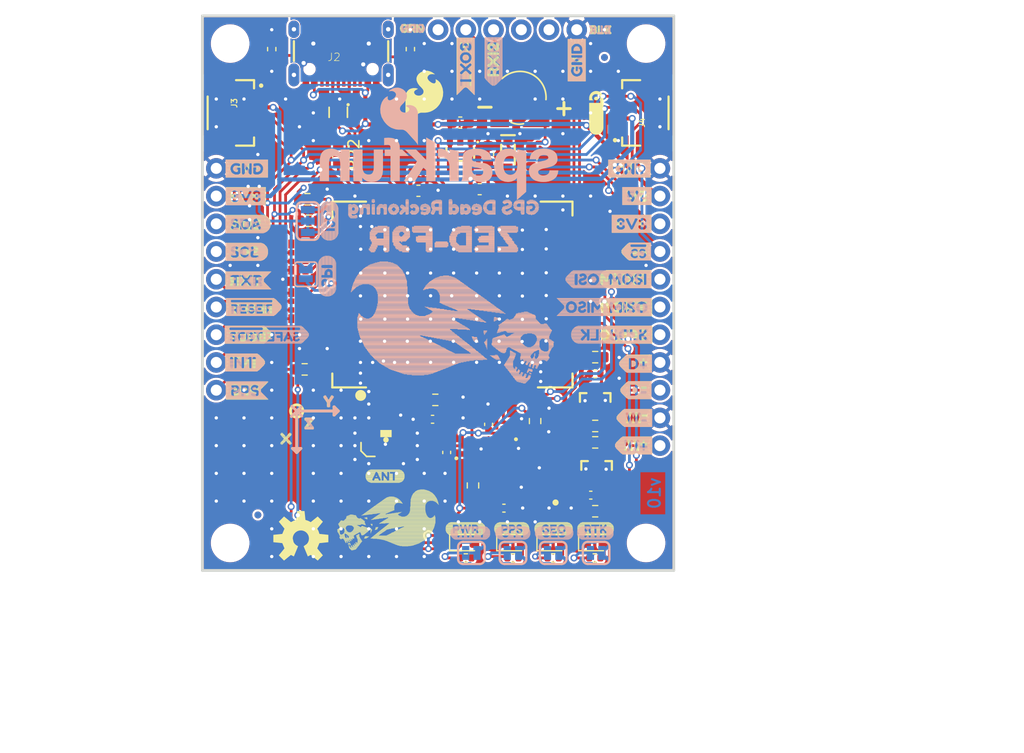
<source format=kicad_pcb>
(kicad_pcb (version 20221018) (generator pcbnew)
  (layers (0 "F.Cu" signal) (31 "B.Cu" signal) (34 "B.Paste" user) (35 "F.Paste" user) (36 "B.SilkS" user "B.Silkscreen") (37 "F.SilkS" user "F.Silkscreen") (38 "B.Mask" user) (39 "F.Mask" user) (44 "Edge.Cuts" user))
  (net 0 "")
  (net 1 "GND")
  (net 2 "3.3V")
  (net 3 "V_BATT")
  (net 4 "Net-(D1-C)")
  (net 5 "Net-(D2-C)")
  (net 6 "Net-(FB1-2)")
  (net 7 "Net-(D3-Pad1)")
  (net 8 "Net-(D3-Pad3)")
  (net 9 "Net-(D3-Pad4)")
  (net 10 "Net-(D3-Pad6)")
  (net 11 "Net-(D4-PadC)")
  (net 12 "Net-(D5-PadC)")
  (net 13 "/SparkFun_GPS_ZED-F9R_BoB_1/PPS")
  (net 14 "Net-(D6-PadC)")
  (net 15 "/SparkFun_GPS_ZED-F9R_BoB_1/RTK_STAT")
  (net 16 "VIN")
  (net 17 "Net-(D7-PadC)")
  (net 18 "/SparkFun_GPS_ZED-F9R_BoB_1/GEOF_STAT")
  (net 19 "Net-(D8-PadC)")
  (net 20 "/SparkFun_GPS_ZED-F9R_BoB_1/RF_IN")
  (net 21 "Net-(J2-CC2)")
  (net 22 "Net-(J2-CC1)")
  (net 23 "/SparkFun_GPS_ZED-F9R_BoB_1/SHIELD")
  (net 24 "/SparkFun_GPS_ZED-F9R_BoB_1/SCL{slash}CLK")
  (net 25 "/SparkFun_GPS_ZED-F9R_BoB_1/SDA{slash}~{CS}")
  (net 26 "/SparkFun_GPS_ZED-F9R_BoB_1/RXI{slash}MOSI")
  (net 27 "/SparkFun_GPS_ZED-F9R_BoB_1/TXO{slash}MISO")
  (net 28 "/SparkFun_GPS_ZED-F9R_BoB_1/DIR+")
  (net 29 "/SparkFun_GPS_ZED-F9R_BoB_1/WT+")
  (net 30 "/SparkFun_GPS_ZED-F9R_BoB_1/INT")
  (net 31 "/SparkFun_GPS_ZED-F9R_BoB_1/~{SAFEBOOT}")
  (net 32 "/SparkFun_GPS_ZED-F9R_BoB_1/~{RESET}")
  (net 33 "/SparkFun_GPS_ZED-F9R_BoB_1/TX_READY")
  (net 36 "/SparkFun_GPS_ZED-F9R_BoB_1/RXI2")
  (net 37 "/SparkFun_GPS_ZED-F9R_BoB_1/TXO2")
  (net 39 "Net-(JP1-Pad2)")
  (net 40 "Net-(JP2-Pad2)")
  (net 41 "Net-(JP3-Pad2)")
  (net 42 "Net-(JP4-Pad2)")
  (net 43 "/SparkFun_GPS_ZED-F9R_BoB_1/D_SEL")
  (net 44 "Net-(JP6-Pad1)")
  (net 45 "Net-(JP6-Pad3)")
  (net 46 "/SparkFun_GPS_ZED-F9R_BoB_1/DIR_SCHMITT")
  (net 47 "/SparkFun_GPS_ZED-F9R_BoB_1/DIR_IN")
  (net 48 "/SparkFun_GPS_ZED-F9R_BoB_1/WT_IN")
  (net 49 "/SparkFun_GPS_ZED-F9R_BoB_1/WT_SCHMITT")
  (net 50 "Net-(R8D-2)")
  (net 51 "Net-(R8C-2)")
  (net 52 "Net-(R8B-2)")
  (net 53 "Net-(R8A-2)")
  (net 54 "Net-(R9D-2)")
  (net 55 "Net-(R9C-2)")
  (net 56 "Net-(R9B-2)")
  (net 57 "Net-(R9A-2)")
  (net 58 "Net-(R10A-1)")
  (net 59 "Net-(R10B-1)")
  (net 60 "Net-(R10C-1)")
  (net 61 "Net-(R10D-1)")
  (net 62 "/SparkFun_GPS_ZED-F9R_BoB_1/WT_OUT")
  (net 63 "/SparkFun_GPS_ZED-F9R_BoB_1/DIR_OUT")
  (net 64 "Net-(R11A-1)")
  (net 65 "Net-(R11B-1)")
  (net 66 "Net-(U2-TIMEPULSE)")
  (net 67 "/SparkFun_GPS_ZED-F9R_BoB_1/V_RF")
  (net 68 "/SparkFun_GPS_ZED-F9R_BoB_1/DMINUS")
  (net 69 "/SparkFun_GPS_ZED-F9R_BoB_1/DPLUS")
  (footprint "SparkFun_GPS_ZED-F9R_BoB:GND-04" (layer "F.Cu") (at 34.29 6.477 90)
    (fp_text reference "U$15" hide)
    (fp_text value "" hide)
  )
  (footprint "SparkFun_GPS_ZED-F9R_BoB:SIP6" (layer "F.Cu") (at 24.331 39.751)
    (fp_text reference "U3" hide)
    (fp_text value "UHS_INVERTER_SCHMITT_TRIGGERSIP6")
  )
  (footprint "SparkFun_GPS_ZED-F9R_BoB:UBLOX_ZED_F9R" (layer "F.Cu") (at 22.86 25.4)
    (fp_text reference "U2" hide)
    (fp_text value "U-BLOX_ZED_F9R")
  )
  (footprint "SparkFun_GPS_ZED-F9R_BoB:USB-C-16P-2LAYER-PADS" (layer "F.Cu") (at 12.7 6.3246 180)
    (fp_text reference "J2")
    (fp_text value "USB_C_2-LAYER_PADS")
  )
  (footprint "SparkFun_GPS_ZED-F9R_BoB:CREATIVE_COMMONS" (layer "F.Cu") (at 1.778 67.056)
    (fp_text reference "FRAME1" hide)
    (fp_text value "FRAME-LEDGER" hide)
  )
  (footprint "SparkFun_GPS_ZED-F9R_BoB:SOT23-5" (layer "F.Cu") (at 23.622 12.573 180)
    (fp_text reference "U5" hide)
    (fp_text value "V_REG_AP2112K-3.3V")
  )
  (footprint "Resistor_SMD:R_0603_1608Metric" (layer "F.Cu") (at 35.98155 37.569 180)
    (fp_text reference "R1" hide)
    (fp_text value "3.3KOHM-0603-1/10W-1%" hide)
  )
  (footprint "Resistor_SMD:R_0603_1608Metric" (layer "F.Cu") (at 35.98155 39.072 180)
    (fp_text reference "R6" hide)
    (fp_text value "470" hide)
  )
  (footprint "SparkFun_GPS_ZED-F9R_BoB:SDA-[)" (layer "F.Cu") (at 1.651 19.05)
    (fp_text reference "U$68" hide)
    (fp_text value "" hide)
  )
  (footprint "SparkFun_GPS_ZED-F9R_BoB:D#0" (layer "F.Cu") (at 38.1 31.8516)
    (fp_text reference "U$3" hide)
    (fp_text value "" hide)
  )
  (footprint "SparkFun_GPS_ZED-F9R_BoB:ML414H_IV01E" (layer "F.Cu") (at 29.083 7.493 -90)
    (fp_text reference "BT1" hide)
    (fp_text value "ML414H_IV01E_BATTERY")
  )
  (footprint "SparkFun_GPS_ZED-F9R_BoB:5V" (layer "F.Cu") (at 37.9476 16.51)
    (fp_text reference "U$11" hide)
    (fp_text value "" hide)
  )
  (footprint "SparkFun_GPS_ZED-F9R_BoB:FIDUCIAL-MICRO" (layer "F.Cu") (at 36.83 3.81)
    (fp_text reference "FD3" hide)
    (fp_text value "FIDUCIALUFIDUCIAL" hide)
  )
  (footprint "Resistor_SMD:R_0603_1608Metric" (layer "F.Cu") (at 24.7854 43.0178 -90)
    (fp_text reference "R7" hide)
    (fp_text value "910OHM-0603-1/10W-5%" hide)
  )
  (footprint "SparkFun_GPS_ZED-F9R_BoB:GND-04" (layer "F.Cu") (at 36.703 13.9954)
    (fp_text reference "U$2" hide)
    (fp_text value "" hide)
  )
  (footprint "Capacitor_SMD:C_0402_1005Metric" (layer "F.Cu") (at 22.3772 39.9952 -90)
    (fp_text reference "C7" hide)
    (fp_text value "0.1UF-0402-10V-10%-X7R" hide)
  )
  (footprint "Resistor_SMD:R_0402_1005Metric" (layer "F.Cu") (at 32.131 49.657)
    (fp_text reference "R20" hide)
    (fp_text value "1KOHM-0402-1/16W-1%" hide)
  )
  (footprint "SparkFun_GPS_ZED-F9R_BoB:3V3-04" (layer "F.Cu") (at 36.9824 19.05)
    (fp_text reference "U$1" hide)
    (fp_text value "" hide)
  )
  (footprint "Resistor_SMD:R_0402_1005Metric" (layer "F.Cu") (at 6.35 3.048 -90)
    (fp_text reference "R14" hide)
    (fp_text value "5.1k")
  )
  (footprint "Capacitor_SMD:C_0402_1005Metric" (layer "F.Cu") (at 35.98155 32.788 180)
    (fp_text reference "C3" hide)
    (fp_text value "1nF" hide)
  )
  (footprint "SparkFun_GPS_ZED-F9R_BoB:SCLK1" (layer "F.Cu") (at 36.3474 29.21)
    (fp_text reference "U$17" hide)
    (fp_text value "" hide)
  )
  (footprint "SparkFun_GPS_ZED-F9R_BoB:1X11_NO_SILK" (layer "F.Cu") (at 41.91 13.97 -90)
    (fp_text reference "J5" hide)
    (fp_text value "CONN_111X11_NO_SILK")
  )
  (footprint "SparkFun_GPS_ZED-F9R_BoB:3V3-04" (layer "F.Cu") (at 1.651 16.51)
    (fp_text reference "U$70" hide)
    (fp_text value "" hide)
  )
  (footprint "Resistor_SMD:R_0603_1608Metric" (layer "F.Cu") (at 30.475 37.1192 90)
    (fp_text reference "R4" hide)
    (fp_text value "910OHM-0603-1/10W-5%")
  )
  (footprint "SparkFun_GPS_ZED-F9R_BoB:X1" (layer "F.Cu") (at 6.223 38.735)
    (fp_text reference "U$32" hide)
    (fp_text value "" hide)
  )
  (footprint "SparkFun_GPS_ZED-F9R_BoB:TXO21" (layer "F.Cu") (at 24.1046 7.366 90)
    (fp_text reference "U$16" hide)
    (fp_text value "" hide)
  )
  (footprint "Capacitor_SMD:C_0603_1608Metric" (layer "F.Cu") (at 26.162 12.7 90)
    (fp_text reference "C10" hide)
    (fp_text value "1.0UF-0603-16V-10%-X7R")
  )
  (footprint "SparkFun_GPS_ZED-F9R_BoB:INT1" (layer "F.Cu") (at 1.5748 31.75)
    (fp_text reference "U$12" hide)
    (fp_text value "" hide)
  )
  (footprint "LED_SMD:LED_0603_1608Metric" (layer "F.Cu") (at 35.941 48.26)
    (fp_text reference "D6" hide)
    (fp_text value "BLUE" hide)
  )
  (footprint "Capacitor_SMD:C_0402_1005Metric" (layer "F.Cu") (at 27.62 45.098)
    (fp_text reference "C1" hide)
    (fp_text value "0.1UF-0402-10V-10%-X7R" hide)
  )
  (footprint "SparkFun_GPS_ZED-F9R_BoB:SCL-[)" (layer "F.Cu") (at 1.651 21.6154)
    (fp_text reference "U$67" hide)
    (fp_text value "" hide)
  )
  (footprint "SparkFun_GPS_ZED-F9R_BoB:STAND-OFF-TIGHT" (layer "F.Cu") (at 2.54 48.2854)
    (fp_text reference "H1" hide)
    (fp_text value "STAND-OFFTIGHT")
  )
  (footprint "Resistor_SMD:R_0603_1608Metric" (layer "F.Cu") (at 9.7477 18.770572)
    (fp_text reference "R23" hide)
    (fp_text value "2.2KOHM-0603-1/10W-1%" hide)
  )
  (footprint "SparkFun_GPS_ZED-F9R_BoB:1X06_NO_SILK" (layer "F.Cu") (at 34.29 1.27 180)
    (fp_text reference "J7" hide)
    (fp_text value "CONN_06NO_SILK_NO_POP")
  )
  (footprint "SparkFun_GPS_ZED-F9R_BoB:DEAD#RECKONING#GPS#BOARD#SILK#FINAL#JPG" (layer "F.Cu") (at 17.018 46.101)
    (fp_text reference "U$20" hide)
    (fp_text value "" hide)
  )
  (footprint "SparkFun_GPS_ZED-F9R_BoB:RTK9" (layer "F.Cu") (at 34.29 46.99)
    (fp_text reference "U$8" hide)
    (fp_text value "" hide)
  )
  (footprint "Resistor_SMD:R_0603_1608Metric" (layer "F.Cu") (at 9.6207 16.798957)
    (fp_text reference "R16" hide)
    (fp_text value "2.2KOHM-0603-1/10W-1%")
  )
  (footprint "SparkFun_GPS_ZED-F9R_BoB:U.FL" (layer "F.Cu") (at 16.8148 38.8366 90)
    (fp_text reference "J1" hide)
    (fp_text value "U.FL")
  )
  (footprint "SparkFun_GPS_ZED-F9R_BoB:FIDUCIAL-MICRO" (layer "F.Cu") (at 5.08 45.72)
    (fp_text reference "FD1" hide)
    (fp_text value "FIDUCIALUFIDUCIAL" hide)
  )
  (footprint "LED_SMD:LED_0603_1608Metric" (layer "F.Cu") (at 24.13 48.26)
    (fp_text reference "D4" hide)
    (fp_text value "RED" hide)
  )
  (footprint "SparkFun_GPS_ZED-F9R_BoB:RXI22" (layer "F.Cu") (at 26.6192 6.5278 90)
    (fp_text reference "U$14" hide)
    (fp_text value "" hide)
  )
  (footprint "Resistor_SMD:R_0603_1608Metric" (layer "F.Cu") (at 9.3667 32.385 180)
    (fp_text reference "R12" hide)
    (fp_text value "33OHM-0603-1/10W-1%")
  )
  (footprint "SparkFun_GPS_ZED-F9R_BoB:GEO1" (layer "F.Cu") (at 30.353 46.99)
    (fp_text reference "U$56" hide)
    (fp_text value "" hide)
  )
  (footprint "SparkFun_GPS_ZED-F9R_BoB:1X09_NO_SILK" (layer "F.Cu") (at 1.27 34.29 90)
    (fp_text reference "J6" hide)
    (fp_text value "CONN_09NO_SILK")
  )
  (footprint "SparkFun_GPS_ZED-F9R_BoB:W#2" (layer "F.Cu") (at 37.719 39.3446)
    (fp_text reference "U$9" hide)
    (fp_text value "" hide)
  )
  (footprint "Capacitor_SMD:C_0603_1608Metric" (layer "F.Cu") (at 23.622 9.779)
    (fp_text reference "C9" hide)
    (fp_text value "1.0UF-0603-16V-10%-X7R")
  )
  (footprint "SparkFun_GPS_ZED-F9R_BoB:STAND-OFF-TIGHT" (layer "F.Cu") (at 40.64 2.54)
    (fp_text reference "$1_25_$_2020-03-30_22-52-05" hide)
    (fp_text value "STAND-OFFTIGHT")
  )
  (footprint "SparkFun_GPS_ZED-F9R_BoB:PWR10" (layer "F.Cu") (at 22.225 46.99)
    (fp_text reference "U$5" hide)
    (fp_text value "" hide)
  )
  (footprint "LED_SMD:LED_0603_1608Metric" (layer "F.Cu") (at 32.131 48.26)
    (fp_text reference "D7" hide)
    (fp_text value "BLUE" hide)
  )
  (footprint "SparkFun_GPS_ZED-F9R_BoB:W#3" (layer "F.Cu") (at 37.8206 36.83)
    (fp_text reference "U$10" hide)
    (fp_text value "" hide)
  )
  (footprint "Capacitor_SMD:C_0402_1005Metric" (layer "F.Cu") (at 26.213 37.424 90)
    (fp_text reference "C6" hide)
    (fp_text value "0.1UF-0402-10V-10%-X7R" hide)
  )
  (footprint "SparkFun_GPS_ZED-F9R_BoB:Y2" (layer "F.Cu") (at 10.16 35.306)
    (fp_text reference "U$50" hide)
    (fp_text value "" hide)
  )
  (footprint "SparkFun_GPS_ZED-F9R_BoB:D#1" (layer "F.Cu") (at 38.2016 34.29)
    (fp_text reference "U$6" hide)
    (fp_text value "" hide)
  )
  (footprint "SparkFun_GPS_ZED-F9R_BoB:JST04_1MM_RA" (layer "F.Cu") (at 38.1 8.89 90)
    (fp_text reference "J4")
    (fp_text value "QWIIC_RIGHT_ANGLE")
  )
  (footprint "SparkFun_GPS_ZED-F9R_BoB:OSHW-LOGO-M" (layer "F.Cu") (at 9.017 47.879)
    (fp_text reference "LOGO1" hide)
    (fp_text value "OSHW-LOGOM" hide)
  )
  (footprint "SparkFun_GPS_ZED-F9R_BoB:GND-04" (layer "F.Cu") (at 1.651 13.9954)
    (fp_text reference "U$71" hide)
    (fp_text value "" hide)
  )
  (footprint "SparkFun_GPS_ZED-F9R_BoB:SIP6" (layer "F.Cu") (at 27.94 37.72 90)
    (fp_text reference "U4" hide)
    (fp_text value "UHS_INVERTER_SCHMITT_TRIGGERSIP6")
  )
  (footprint "Resistor_SMD:R_0603_1608Metric" (layer "F.Cu") (at 21.336 35.179)
    (fp_text reference "R13" hide)
    (fp_text value "33OHM-0603-1/10W-1%" hide)
  )
  (footprint "Capacitor_SMD:C_0402_1005Metric" (layer "F.Cu") (at 21.082 36.957)
    (fp_text reference "C8" hide)
    (fp_text value "47PF-0402-25V-5%-X7R" hide)
  )
  (footprint "Resistor_SMD:R_0603_1608Metric" (layer "F.Cu") (at 35.98155 31.265 180)
    (fp_text reference "R5" hide)
    (fp_text value "470" hide)
  )
  (footprint "LED_SMD:LED_0603_1608Metric" (layer "F.Cu") (at 28.448 48.26)
    (fp_text reference "D5" hide)
    (fp_text value "BLUE" hide)
  )
  (footprint "Capacitor_SMD:C_0603_1608Metric" (layer "F.Cu") (at 25.4 15.875)
    (fp_text reference "C2" hide)
    (fp_text value "1.0UF-0603-16V-10%-X7R" hide)
  )
  (footprint "SparkFun_GPS_ZED-F9R_BoB:PPS8" (layer "F.Cu") (at 26.67 46.99)
    (fp_text reference "U$4" hide)
    (fp_text value "" hide)
  )
  (footprint "SparkFun_GPS_ZED-F9R_BoB:#RESET1" (layer "F.Cu") (at 1.524 26.67)
    (fp_text reference "U$44" hide)
    (fp_text value "" hide)
  )
  (footprint "SparkFun_GPS_ZED-F9R_BoB:1206_RA" (layer "F.Cu") (at 35.433 21.336 -90)
    (fp_text reference "R10" hide)
    (fp_text value "33OHM_RA-1206-1/16W-5%" hide)
  )
  (footprint "SparkFun_GPS_ZED-F9R_BoB:SOD-323" (layer "F.Cu") (at 27.9908 12.7 -90)
    (fp_text reference "D8" hide)
    (fp_text value "0.5A/40V/420mV")
  )
  (footprint "Resistor_SMD:R_0402_1005Metric" (layer "F.Cu") (at 19.05 3.048 -90)
    (fp_text reference "R15" hide)
    (fp_text value "5.1k")
  )
  (footprint "SparkFun_GPS_ZED-F9R_BoB:BLK2" (layer "F.Cu") (at 34.798 1.27)
    (fp_text reference "U$21" hide)
    (fp_text value "" hide)
  )
  (footprint "Resistor_SMD:R_0603_1608Metric" (layer "F.Cu") (at 12.446 12.7 -90)
    (fp_text reference "R22")
    (fp_text value "27OHM-0603-1/10W-1%")
  )
  (footprint "Resistor_SMD:R_0402_1005Metric" (layer "F.Cu") (at 19.7104 14.0716 180)
    (fp_text reference "R3" hide)
    (fp_text value "100KOHM-0402-1/16W-1%")
  )
  (footprint "Capacitor_SMD:C_0402_1005Metric" (layer "F.Cu") (at 35.57515 43.9068 180)
    (fp_text reference "C4" hide)
    (fp_text value "1nF" hide)
  )
  (footprint "SparkFun_GPS_ZED-F9R_BoB:STAND-OFF-TIGHT" (layer "F.Cu") (at 40.64 48.2854)
    (fp_text reference "H4" hide)
    (fp_text value "STAND-OFFTIGHT")
  )
  (footprint "SparkFun_GPS_ZED-F9R_BoB:TXR0" (layer "F.Cu") (at 1.5748 24.2316)
    (fp_text reference "U$18" hide)
    (fp_text value "" hide)
  )
  (footprint "Resistor_SMD:R_0402_1005Metric" (layer "F.Cu") (at 35.941 49.657)
    (fp_text reference "R19" hide)
    (fp_text value "1KOHM-0402-1/16W-1%" hide)
  )
  (footprint "SparkFun_GPS_ZED-F9R_BoB:1206_RA" (layer "F.Cu") (at 8.763 26.543 -90)
    (fp_text reference "R8" hide)
    (fp_text value "33OHM_RA-1206-1/16W-5%" hide)
  )
  (footprint "SparkFun_GPS_ZED-F9R_BoB:SFE_LOGO_FLAME_.2" (layer "F.Cu") (at 20.32 7.62)
    (fp_text reference "U$62" hide)
    (fp_text value "" hide)
  )
  (footprint "Resistor_SMD:R_0402_1005Metric" (layer "F.Cu") (at 28.448 49.657)
    (fp_text reference "R18" hide)
    (fp_text value "1KOHM-0402-1/16W-1%" hide)
  )
  (footprint "Resistor_SMD:R_0603_1608Metric" (layer "F.Cu") (at 30.1244 12.954 -90)
    (fp_text reference "R24" hide)
    (fp_text value "3.3KOHM-0603-1/10W-1%")
  )
  (footprint "Resistor_SMD:R_0402_1005Metric" (layer "F.Cu") (at 24.13 49.657)
    (fp_text reference "R17" hide)
    (fp_text value "1KOHM-0402-1/16W-1%" hide)
  )
  (footprint "SparkFun_GPS_ZED-F9R_BoB:CS#-_]-04" (layer "F.Cu") (at 38.1 21.59)
    (fp_text reference "U$26" hide)
    (fp_text value "" hide)
  )
  (footprint "SparkFun_GPS_ZED-F9R_BoB:ANT0" (layer "F.Cu") (at 14.859 42.164)
    (fp_text reference "U$49" hide)
    (fp_text value "" hide)
  )
  (footprint "SparkFun_GPS_ZED-F9R_BoB:GRN1" (layer "F.Cu") (at 17.399 1.143)
    (fp_text reference "U$23" hide)
    (fp_text value "" hide)
  )
  (footprint "Resistor_SMD:R_0603_1608Metric" (layer "F.Cu") (at 13.97 12.7 -90)
    (fp_text reference "R21" hide)
    (fp_text value "27OHM-0603-1/10W-1%")
  )
  (footprint "SparkFun_GPS_ZED-F9R_BoB:#SFBT0" (layer "F.Cu") (at 1.397 29.21)
    (fp_text reference "U$55" hide)
    (fp_text value "" hide)
  )
  (footprint "SparkFun_GPS_ZED-F9R_BoB:0402_MURATA" (layer "F.Cu") (at 17.526 35.179)
    (fp_text reference "FB1" hide)
    (fp_text value "FERRITE_BEAD_GNSS")
  )
  (footprint "Resistor_SMD:R_0603_1608Metric" (layer "F.Cu") (at 35.98155 45.3804 180)
    (fp_text reference "R2" hide)
    (fp_text value "3.3KOHM-0603-1/10W-1%" hide)
  )
  (footprint "SparkFun_GPS_ZED-F9R_BoB:QWIIC_4MM" (layer "F.Cu") (at 36.068 8.89 -90)
    (fp_text reference "LOGO2" hide)
    (fp_text value "QWIIC_LOGO_4MM" hide)
  )
  (footprint "SparkFun_GPS_ZED-F9R_BoB:SOT886" (layer "F.Cu") (at 12.446 8.8392 -90)
    (fp_text reference "D3" hide)
    (fp_text value "PRTR5V0U2F")
  )
  (footprint "Capacitor_SMD:C_0603_1608Metric" (layer "F.Cu") (at 19.7866 16.0274)
    (fp_text reference "C5" hide)
    (fp_text value "1.0UF-0603-16V-10%-X7R")
  )
  (footprint "SparkFun_GPS_ZED-F9R_BoB:SOP_8-PIN" (layer "F.Cu") (at 29.809 41.406 180)
    (fp_text reference "U1" hide)
    (fp_text value "DUAL-OPTO_HCPL-073L")
  )
  (footprint "SparkFun_GPS_ZED-F9R_BoB:PPS4" (layer "F.Cu") (at 1.6764 34.3408)
    (fp_text reference "U$13" hide)
    (fp_text value "" hide)
  )
  (footprint "SparkFun_GPS_ZED-F9R_BoB:SOT23-3" (layer "F.Cu") (at 36.10855 41.4856)
    (fp_text reference "D2" hide)
    (fp_text value "DIODE-ZENER-BZX84C15LT3G" hide)
  )
  (footprint "SparkFun_GPS_ZED-F9R_BoB:MOSI-(]-04" (layer "F.Cu") (at 36.2458 24.1046)
    (fp_text reference "U$69" hide)
    (fp_text value "" hide)
  )
  (footprint "SparkFun_GPS_ZED-F9R_BoB:SOT23-3" (layer "F.Cu") (at 35.98155 35.259)
    (fp_text reference "D1" hide)
    (fp_text value "DIODE-ZENER-BZX84C15LT3G" hide)
  )
  (footprint "SparkFun_GPS_ZED-F9R_BoB:Z0" (layer "F.Cu") (at 8.382 37.338)
    (fp_text reference "U$63" hide)
    (fp_text value "" hide)
  )
  (footprint "SparkFun_GPS_ZED-F9R_BoB:JST04_1MM_RA" (layer "F.Cu") (at 5.08 8.89 -90)
    (fp_text reference "J3")
    (fp_text value "QWIIC_RIGHT_ANGLE")
  )
  (footprint "SparkFun_GPS_ZED-F9R_BoB:1206_RA" (layer "F.Cu") (at 35.433 28.575 -90)
    (fp_text reference "R11" hide)
    (fp_text value "33OHM_RA-1206-1/16W-5%" hide)
  )
  (footprint "SparkFun_GPS_ZED-F9R_BoB:1206_RA" (layer "F.Cu") (at 8.763 22.098 -90)
    (fp_text reference "R9" hide)
    (fp_text value "33OHM_RA-1206-1/16W-5%" hide)
  )
  (footprint "SparkFun_GPS_ZED-F9R_BoB:STAND-OFF-TIGHT" (layer "F.Cu") (at 2.54 2.54)
    (fp_text reference "H2" hide)
    (fp_text value "STAND-OFFTIGHT")
  )
  (footprint "SparkFun_GPS_ZED-F9R_BoB:MISO-(]-04" (layer "F.Cu") (at 36.322 26.6954)
    (fp_text reference "U$66" hide)
    (fp_text value "" hide)
  )
  (footprint "SparkFun_GPS_ZED-F9R_BoB:SMT-JUMPER_2_NC_TRACE_SILK" (layer "B.Cu") (at 36.068 49.1998 180)
    (fp_text reference "JP3" hide)
    (fp_text value "JUMPER-SMT_2_NC_TRACE_SILK")
  )
  (footprint "SparkFun_GPS_ZED-F9R_BoB:GND-04" (layer "B.Cu") (at 6.477 13.9954 180)
    (fp_text reference "U$41" hide)
    (fp_text value "" hide)
  )
  (footprint "SparkFun_GPS_ZED-F9R_BoB:D#0" (layer "B.Cu") (at 38.1 31.877)
    (fp_text reference "U$60" hide)
    (fp_text value "" hide)
  )
  (footprint "SparkFun_GPS_ZED-F9R_BoB:D#1" (layer "B.Cu") (at 38.227 34.29)
    (fp_text reference "U$61" hide)
    (fp_text value "" hide)
  )
  (footprint "SparkFun_GPS_ZED-F9R_BoB:SMT-JUMPER_2_NC_TRACE_SILK" (layer "B.Cu") (at 28.448 49.1998 180)
    (fp_text reference "JP2" hide)
    (fp_text value "JUMPER-SMT_2_NC_TRACE_SILK")
  )
  (footprint "SparkFun_GPS_ZED-F9R_BoB:3V3-04" (layer "B.Cu") (at 6.2738 16.5354 180)
    (fp_text reference "U$40" hide)
    (fp_text value "" hide)
  )
  (footprint "SparkFun_GPS_ZED-F9R_BoB:5V" (layer "B.Cu") (at 41.656 16.51 180)
    (fp_text reference "U$33" hide)
    (fp_text value "" hide)
  )
  (footprint "SparkFun_GPS_ZED-F9R_BoB:INT2" (layer "B.Cu") (at 5.842 31.75 180)
    (fp_text reference "U$24" hide)
    (fp_text value "" hide)
  )
  (footprint "SparkFun_GPS_ZED-F9R_BoB:CS#-[_-04" (layer "B.Cu") (at 41.783 21.59 180)
    (fp_text reference "U$59" hide)
    (fp_text value "" hide)
  )
  (footprint "SparkFun_GPS_ZED-F9R_BoB:3V3-04" (layer "B.Cu") (at 41.656 19.05 180)
    (fp_text reference "U$29" hide)
    (fp_text value "" hide)
  )
  (footprint "SparkFun_GPS_ZED-F9R_BoB:TXO21" (layer "B.Cu") (at 24.13 7.366 90)
    (fp_text reference "U$36" hide)
    (fp_text value "" hide)
  )
  (footprint "SparkFun_GPS_ZED-F9R_BoB:RTK9" (layer "B.Cu") (at 37.719 47.371 180)
    (fp_text reference "U$22" hide)
    (fp_text value "" hide)
  )
  (footprint "SparkFun_GPS_ZED-F9R_BoB:#SAFEBOOT3" (layer "B.Cu") (at 10.033 29.21 180)
    (fp_text reference "U$28" hide)
    (fp_text value "" hide)
  )
  (footprint "SparkFun_GPS_ZED-F9R_BoB:DEAD#RECKONING#GPS#BOARD#SILK#FINAL#JPG" (layer "B.Cu") (at 22.86 27.94 180)
    (fp_text reference "U$19" hide)
    (fp_text value "" hide)
  )
  (footprint "SparkFun_GPS_ZED-F9R_BoB:SPI4" (layer "B.Cu") (at 11.43 25.781 90)
    (fp_text reference "U$45" hide)
    (fp_text value "" hide)
  )
  (footprint "SparkFun_GPS_ZED-F9R_BoB:I_SUPER2_C-()-04" (layer "B.Cu") (at 11.63129 20.6647 90)
    (fp_text reference "U$46" hide)
    (fp_text value "" hide)
  )
  (footprint "SparkFun_GPS_ZED-F9R_BoB:TXO#MISO1" (layer "B.Cu") (at 41.656 26.67 180)
    (fp_text reference "U$37" hide)
    (fp_text value "" hide)
  )
  (footprint "SparkFun_GPS_ZED-F9R_BoB:SCL5" (layer "B.Cu") (at 6.0706 21.6154 180)
    (fp_text reference "U$39" hide)
    (fp_text value "" hide)
  )
  (footprint "SparkFun_GPS_ZED-F9R_BoB:PPS8" (layer "B.Cu") (at 30.099 47.371 180)
    (fp_text reference "U$47" hide)
    (fp_text value "" hide)
  )
  (footprint "SparkFun_GPS_ZED-F9R_BoB:#RESET2" (layer "B.Cu") (at 7.493 26.67 180)
    (fp_text reference "U$7" hide)
    (fp_text value "" hide)
  )
  (footprint "SparkFun_GPS_ZED-F9R_BoB:PWR10" (layer "B.Cu") (at 26.416 47.371 180)
    (fp_text reference "U$48" hide)
    (fp_text value "" hide)
  )
  (footprint "SparkFun_GPS_ZED-F9R_BoB:GPS_DEAD_RECKONING0" (layer "B.Cu") (at 32.004 17.526 180)
    (fp_text reference "U$25" hide)
    (fp_text value "" hide)
  )
  (footprint "SparkFun_GPS_ZED-F9R_BoB:SCL#CLK2" (layer "B.Cu") (at 41.656 29.21 180)
    (fp_text reference "U$38" hide)
    (fp_text value "" hide)
  )
  (footprint "SparkFun_GPS_ZED-F9R_BoB:BLK2" (layer "B.Cu") (at 38.1 1.27 180)
    (fp_text reference "U$54" hide)
    (fp_text value "" hide)
  )
  (footprint "SparkFun_GPS_ZED-F9R_BoB:GRN1" (layer "B.Cu") (at 21.082 1.143 180)
    (fp_text reference "U$53" hide)
    (fp_text value "" hide)
  )
  (footprint "SparkFun_GPS_ZED-F9R_BoB:Z0" (layer "B.Cu") (at 11.176 37.338 180)
    (fp_text reference "U$57" hide)
    (fp_text value "" hide)
  )
  (footprint "SparkFun_GPS_ZED-F9R_BoB:Y2" (layer "B.Cu") (at 12.954 35.306 180)
    (fp_text reference "U$52" hide)
    (fp_text value "" hide)
  )
  (footprint "SparkFun_GPS_ZED-F9R_BoB:W#3" (layer "B.Cu") (at 37.846 36.83)
    (fp_text reference "U$65" hide)
    (fp_text value "" hide)
  )
  (footprint "SparkFun_GPS_ZED-F9R_BoB:SMT-JUMPER_2_NC_TRACE_SILK" (layer "B.Cu") (at 32.131 49.1998 180)
    (fp_text reference "JP4" hide)
    (fp_text value "JUMPER-SMT_2_NC_TRACE_SILK")
  )
  (footprint "SparkFun_GPS_ZED-F9R_BoB:SFE_LOGO_NAME_FLAME_.2" (layer "B.Cu") (at 21.59 13.97 180)
    (fp_text reference "LOGO3" hide)
    (fp_text value "SFE_LOGO_NAME_FLAME.2_INCH" hide)
  )
  (footprint "SparkFun_GPS_ZED-F9R_BoB:RXI#MOSI0" (layer "B.Cu") (at 41.656 24.13 180)
    (fp_text reference "U$30" hide)
    (fp_text value "" hide)
  )
  (footprint "SparkFun_GPS_ZED-F9R_BoB:FIDUCIAL-MICRO" (layer "B.Cu") (at 5.08 45.72 180)
    (fp_text reference "FD2" hide)
    (fp_text value "FIDUCIALUFIDUCIAL" hide)
  )
  (footprint "SparkFun_GPS_ZED-F9R_BoB:SMT-JUMPER_3_2-NC_TRACE_SILK" (layer "B.Cu") (at 9.652 18.796 90)
    (fp_text reference "JP6" hide)
    (fp_text value "JUMPER-SMT_3_2-NC_TRACE_SILK")
  )
  (footprint "SparkFun_GPS_ZED-F9R_BoB:GND-04" (layer "B.Cu") (at 41.529 13.9954 180)
    (fp_text reference "U$31" hide)
    (fp_text value "" hide)
  )
  (footprint "SparkFun_GPS_ZED-F9R_BoB:SMT-JUMPER_2_NO_SILK" (layer "B.Cu") (at 9.4742 23.6728 90)
    (fp_text reference "JP5" hide)
    (fp_text value "JUMPER-SMT_2_NO_SILK")
  )
  (footprint "SparkFun_GPS_ZED-F9R_BoB:GEO1" (layer "B.Cu") (at 34.036 47.371 180)
    (fp_text reference "U$58" hide)
    (fp_text value "" hide)
  )
  (footprint "SparkFun_GPS_ZED-F9R_BoB:ZED#F9R0" (layer "B.Cu") (at 30.988 20.447 180)
    (fp_text reference "U$51" hide)
    (fp_text value "" hide)
  )
  (footprint "SparkFun_GPS_ZED-F9R_BoB:PPS1" (layer "B.Cu") (at 6.096 34.29 180)
    (fp_text reference "U$27" hide)
    (fp_text value "" hide)
  )
  (footprint "SparkFun_GPS_ZED-F9R_BoB:TXR3" (layer "B.Cu") (at 6.4262 24.2316 180)
    (fp_text reference "U$43" hide)
    (fp_text value "" hide)
  )
  (footprint "SparkFun_GPS_ZED-F9R_BoB:SDA4" (layer "B.Cu") (at 6.2992 19.1008 180)
    (fp_text reference "U$42" hide)
    (fp_text value "" hide)
  )
  (footprint "SparkFun_GPS_ZED-F9R_BoB:W#2" (layer "B.Cu") (at 37.719 39.37)
    (fp_text reference "U$64" hide)
    (fp_text value "" hide)
  )
  (footprint "SparkFun_GPS_ZED-F9R_BoB:RXI28" (layer "B.Cu") (at 26.67 6.477 90)
    (fp_text reference "U$35" hide)
    (fp_text value "" hide)
  )
  (footprint "SparkFun_GPS_ZED-F9R_BoB:GND-04" (layer "B.Cu") (at 34.29 6.477 90)
    (fp_text reference "U$34" hide)
    (fp_text value "" hide)
  )
  (footprint "SparkFun_GPS_ZED-F9R_BoB:SMT-JUMPER_2_NC_TRACE_SILK" (layer "B.Cu") (at 24.638 49.1998 180)
    (fp_text reference "JP1" hide)
    (fp_text value "JUMPER-SMT_2_NC_TRACE_SILK")
  )
  (footprint "SparkFun_GPS_ZED-F9R_BoB:FIDUCIAL-MICRO" (layer "B.Cu") (at 36.83 3.81 180)
    (fp_text reference "FD4" hide)
    (fp_text value "FIDUCIALUFIDUCIAL" hide)
  )
  (gr_line (start 8.200587 35.759591) (end 9.098612 36.657616) (stroke (width 0.254)) (layer "B.SilkS"))
  (gr_line (start 9.046009 35.810391) (end 8.147984 36.708416) (stroke (width 0.254)) (layer "B.SilkS"))
  (gr_line (start 9.017 39.624) (end 8.255 39.624) (stroke (width 0.254)) (layer "B.SilkS"))
  (gr_line (start 12.065 35.814) (end 12.065 36.576) (stroke (width 0.254)) (layer "B.SilkS"))
  (gr_line (start 8.636 40.005) (end 9.017 39.624) (stroke (width 0.254)) (layer "B.SilkS"))
  (gr_line (start 8.636 36.195) (end 12.446 36.195) (stroke (width 0.254)) (layer "B.SilkS"))
  (gr_line (start 8.636 40.005) (end 8.636 36.195) (stroke (width 0.254)) (layer "B.SilkS"))
  (gr_line (start 12.446 36.195) (end 12.065 35.814) (stroke (width 0.254)) (layer "B.SilkS"))
  (gr_line (start 8.255 39.624) (end 8.636 40.005) (stroke (width 0.254)) (layer "B.SilkS"))
  (gr_line (start 12.065 36.576) (end 12.446 36.195) (stroke (width 0.254)) (layer "B.SilkS"))
  (gr_line (start 12.065 35.814) (end 12.065 36.576) (stroke (width 0.254)) (layer "F.SilkS"))
  (gr_line (start 12.065 36.576) (end 12.446 36.195) (stroke (width 0.254)) (layer "F.SilkS"))
  (gr_line (start 8.636 40.005) (end 8.636 36.195) (stroke (width 0.254)) (layer "F.SilkS"))
  (gr_line (start 8.636 36.195) (end 12.446 36.195) (stroke (width 0.254)) (layer "F.SilkS"))
  (gr_circle (center 8.636 36.195) (end 9.203959 36.195) (stroke (width 0.254)) (fill none) (layer "F.SilkS"))
  (gr_line (start 8.636 40.005) (end 8.255 39.624) (stroke (width 0.254)) (layer "F.SilkS"))
  (gr_line (start 9.017 39.624) (end 8.636 40.005) (stroke (width 0.254)) (layer "F.SilkS"))
  (gr_line (start 8.255 39.624) (end 9.017 39.624) (stroke (width 0.254)) (layer "F.SilkS"))
  (gr_line (start 12.446 36.195) (end 12.065 35.814) (stroke (width 0.254)) (layer "F.SilkS"))
  (gr_line (start 0 50.8) (end 0 0) (stroke (width 0.254)) (layer "Edge.Cuts"))
  (gr_line (start 0 0) (end 43.18 0) (stroke (width 0.254)) (layer "Edge.Cuts"))
  (gr_line (start 43.18 0) (end 43.18 50.8) (stroke (width 0.254)) (layer "Edge.Cuts"))
  (gr_line (start 43.18 50.8) (end 0 50.8) (stroke (width 0.254)) (layer "Edge.Cuts"))
  (gr_text "v10" (at 42.037 42.164 90) (layer "B.Cu") (effects (font (size 1.0795 1.0795) (thickness 0.1905)) (justify left bottom mirror)))
  (gr_text "-" (at 24.765 9.144) (layer "F.SilkS") (effects (font (size 1.5113 1.5113) (thickness 0.2667)) (justify left bottom)))
  (gr_text "+" (at 32.004 9.271) (layer "F.SilkS") (effects (font (size 1.5113 1.5113) (thickness 0.2667)) (justify left bottom)))
  (segment (start 35.40155 32.788) (end 35.052 33.13755) (width 0.254) (layer "F.Cu") (net 1))
  (segment (start 23.622 11.2729) (end 23.622 10.629) (width 0.381) (layer "F.Cu") (net 1))
  (segment (start 12.446 7.747) (end 12.573 7.62) (width 0.254) (layer "F.Cu") (net 1))
  (segment (start 12.446 8.4092) (end 12.446 7.747) (width 0.254) (layer "F.Cu") (net 1))
  (segment (start 23.622 10.629) (end 24.472 9.779) (width 0.381) (layer "F.Cu") (net 1))
  (segment (start 35.052 33.13755) (end 35.052 35.2552) (width 0.254) (layer "F.Cu") (net 1))
  (segment (start 34.99515 43.9068) (end 34.99515 42.649) (width 0.254) (layer "F.Cu") (net 1))
  (segment (start 34.99515 42.649) (end 35.15855 42.4856) (width 0.254) (layer "F.Cu") (net 1))
  (via (at 13.97 39.37) (size 0.5588) (drill 0.3048) (layers "F.Cu" "B.Cu") (net 1))
  (via (at 33.02 5.08) (size 0.5588) (drill 0.3048) (layers "F.Cu" "B.Cu") (net 1))
  (via (at 23.0108 31.7394) (size 0.5588) (drill 0.3048) (layers "F.Cu" "B.Cu") (net 1))
  (via (at 29.31 31.7648) (size 0.5588) (drill 0.3048) (layers "F.Cu" "B.Cu") (net 1))
  (via (at 20.9026 19.5982) (size 0.5588) (drill 0.3048) (layers "F.Cu" "B.Cu") (net 1))
  (via (at 36.9062 35.2298) (size 0.5588) (drill 0.3048) (layers "F.Cu" "B.Cu") (net 1))
  (via (at 12.7 49.53) (size 0.5588) (drill 0.3048) (layers "F.Cu" "B.Cu") (net 1))
  (via (at 27.2018 23.5606) (size 0.5588) (drill 0.3048) (layers "F.Cu" "B.Cu") (net 1))
  (via (at 10.16 34.29) (size 0.5588) (drill 0.3048) (layers "F.Cu" "B.Cu") (net 1))
  (via (at 10.16 39.37) (size 0.5588) (drill 0.3048) (layers "F.Cu" "B.Cu") (net 1))
  (via (at 15.594 31.75) (size 0.5588) (drill 0.3048) (layers "F.Cu" "B.Cu") (net 1))
  (via (at 25.119 27.777) (size 0.5588) (drill 0.3048) (layers "F.Cu" "B.Cu") (net 1))
  (via (at 16.5846 31.623) (size 0.5588) (drill 0.3048) (layers "F.Cu" "B.Cu") (net 1))
  (via (at 21.59 15.9766) (size 0.5588) (drill 0.3048) (layers "F.Cu" "B.Cu") (net 1))
  (via (at 35.56 16.51) (size 0.5588) (drill 0.3048) (layers "F.Cu" "B.Cu") (net 1))
  (via (at 20.32 41.91) (size 0.5588) (drill 0.3048) (layers "F.Cu" "B.Cu") (net 1))
  (via (at 18.7944 27.777) (size 0.5588) (drill 0.3048) (layers "F.Cu" "B.Cu") (net 1))
  (via (at 33.02 7.62) (size 0.5588) (drill 0.3048) (layers "F.Cu" "B.Cu") (net 1))
  (via (at 14.478 17.4392) (size 0.5588) (drill 0.3048) (layers "F.Cu" "B.Cu") (net 1))
  (via (at 30.48 16.51) (size 0.5588) (drill 0.3048) (layers "F.Cu" "B.Cu") (net 1))
  (via (at 5.08 22.86) (size 0.5588) (drill 0.3048) (layers "F.Cu" "B.Cu") (net 1))
  (via (at 18.7944 25.6434) (size 0.5588) (drill 0.3048) (layers "F.Cu" "B.Cu") (net 1))
  (via (at 1.27 36.83) (size 0.5588) (drill 0.3048) (layers "F.Cu" "B.Cu") (net 1))
  (via (at 1.27 44.45) (size 0.5588) (drill 0.3048) (layers "F.Cu" "B.Cu") (net 1))
  (via (at 38.1 11.43) (size 0.5588) (drill 0.3048) (layers "F.Cu" "B.Cu") (net 1))
  (via (at 3.81 34.29) (size 0.5588) (drill 0.3048) (layers "F.Cu" "B.Cu") (net 1))
  (via (at 27.2018 27.777) (size 0.5588) (drill 0.3048) (layers "F.Cu" "B.Cu") (net 1))
  (via (at 25.119 21.3762) (size 0.5588) (drill 0.3048) (layers "F.Cu" "B.Cu") (net 1))
  (via (at 15.24 11.43) (size 0.5588) (drill 0.3048) (layers "F.Cu" "B.Cu") (net 1))
  (via (at 30.48 7.62) (size 0.5588) (drill 0.3048) (layers "F.Cu" "B.Cu") (net 1))
  (via (at 27.2018 19.5982) (size 0.5588) (drill 0.3048) (layers "F.Cu" "B.Cu") (net 1))
  (via (at 31.4944 23.5352) (size 0.5588) (drill 0.3048) (layers "F.Cu" "B.Cu") (net 1))
  (via (at 26.162 10.795) (size 0.5588) (drill 0.3048) (layers "F.Cu" "B.Cu") (net 1))
  (via (at 12.7 34.29) (size 0.5588) (drill 0.3048) (layers "F.Cu" "B.Cu") (net 1))
  (via (at 15.24 46.99) (size 0.5588) (drill 0.3048) (layers "F.Cu" "B.Cu") (net 1))
  (via (at 23.0108 19.5982) (size 0.5588) (drill 0.3048) (layers "F.Cu" "B.Cu") (net 1))
  (via (at 7.62 7.62) (size 0.5588) (drill 0.3048) (layers "F.Cu" "B.Cu") (net 1))
  (via (at 29.31 19.6236) (size 0.5588) (drill 0.3048) (layers "F.Cu" "B.Cu") (net 1))
  (via (at 29.337 45.085) (size 0.5588) (drill 0.3048) (layers "F.Cu" "B.Cu") (net 1))
  (via (at 13.97 36.83) (size 0.5588) (drill 0.3048) (layers "F.Cu" "B.Cu") (net 1))
  (via (at 22.86 5.08) (size 0.5588) (drill 0.3048) (layers "F.Cu" "B.Cu") (net 1))
  (via (at 20.32 11.43) (size 0.5588) (drill 0.3048) (layers "F.Cu" "B.Cu") (net 1))
  (via (at 14.478 33.6444) (size 0.5588) (drill 0.3048) (layers "F.Cu" "B.Cu") (net 1))
  (via (at 17.6006 31.75) (size 0.5588) (drill 0.3048) (layers "F.Cu" "B.Cu") (net 1))
  (via (at 19.05 1.27) (size 0.5588) (drill 0.3048) (layers "F.Cu" "B.Cu") (net 1))
  (via (at 10.16 8.89) (size 0.5588) (drill 0.3048) (layers "F.Cu" "B.Cu") (net 1))
  (via (at 37.338 17.907) (size 0.5588) (drill 0.3048) (layers "F.Cu" "B.Cu") (net 1))
  (via (at 22.86 7.62) (size 0.5588) (drill 0.3048) (layers "F.Cu" "B.Cu") (net 1))
  (via (at 25.119 19.5982) (size 0.5588) (drill 0.3048) (layers "F.Cu" "B.Cu") (net 1))
  (via (at 18.415 41.021) (size 0.5588) (drill 0.3048) (layers "F.Cu" "B.Cu") (net 1))
  (via (at 3.81 44.45) (size 0.5588) (drill 0.3048) (layers "F.Cu" "B.Cu") (net 1))
  (via (at 12.7 41.91) (size 0.5588) (drill 0.3048) (layers "F.Cu" "B.Cu") (net 1))
  (via (at 25.4 7.62) (size 0.5588) (drill 0.3048) (layers "F.Cu" "B.Cu") (net 1))
  (via (at 25.0936 29.809) (size 0.5588) (drill 0.3048) (layers "F.Cu" "B.Cu") (net 1))
  (via (at 33.782 45.085) (size 0.5588) (drill 0.3048) (layers "F.Cu" "B.Cu") (net 1))
  (via (at 35.56 2.54) (size 0.5588) (drill 0.3048) (layers "F.Cu" "B.Cu") (net 1))
  (via (at 10.16 49.53) (size 0.5588) (drill 0.3048) (layers "F.Cu" "B.Cu") (net 1))
  (via (at 31.75 35.941) (size 0.5588) (drill 0.3048) (layers "F.Cu" "B.Cu") (net 1))
  (via (at 20.9026 31.7394) (size 0.5588) (drill 0.3048) (layers "F.Cu" "B.Cu") (net 1))
  (via (at 16.7116 23.5606) (size 0.5588) (drill 0.3048) (layers "F.Cu" "B.Cu") (net 1))
  (via (at 30.48 5.08) (size 0.5588) (drill 0.3048) (layers "F.Cu" "B.Cu") (net 1))
  (via (at 5.08 12.7) (size 0.5588) (drill 0.3048) (layers "F.Cu" "B.Cu") (net 1))
  (via (at 20.32 7.62) (size 0.5588) (drill 0.3048) (layers "F.Cu" "B.Cu") (net 1))
  (via (at 38.1762 33.1978) (size 0.5588) (drill 0.3048) (layers "F.Cu" "B.Cu") (net 1))
  (via (at 31.469 29.7836) (size 0.5588) (drill 0.3048) (layers "F.Cu" "B.Cu") (net 1))
  (via (at 23.876 34.925) (size 0.5588) (drill 0.3048) (layers "F.Cu" "B.Cu") (net 1))
  (via (at 18.769 29.809) (size 0.5588) (drill 0.3048) (layers "F.Cu" "B.Cu") (net 1))
  (via (at 14.5018 21.3762) (size 0.5588) (drill 0.3048) (layers "F.Cu" "B.Cu") (net 1))
  (via (at 10.16 11.43) (size 0.5588) (drill 0.3048) (layers "F.Cu" "B.Cu") (net 1))
  (via (at 20.32 44.45) (size 0.5588) (drill 0.3048) (layers "F.Cu" "B.Cu") (net 1))
  (via (at 27.1764 29.809) (size 0.5588) (drill 0.3048) (layers "F.Cu" "B.Cu") (net 1))
  (via (at 28.956 39.624) (size 0.5588) (drill 0.3048) (layers "F.Cu" "B.Cu") (net 1))
  (via (at 41.91 7.62) (size 0.5588) (drill 0.3048) (layers "F.Cu" "B.Cu") (net 1))
  (via (at 25.119 25.6434) (size 0.5588) (drill 0.3048) (layers "F.Cu" "B.Cu") (net 1))
  (via (at 16.7116 21.3762) (size 0.5588) (drill 0.3048) (layers "F.Cu" "B.Cu") (net 1))
  (via (at 14.478 25.654) (size 0.5588) (drill 0.3048) (layers "F.Cu" "B.Cu") (net 1))
  (via (at 15.24 41.021) (size 0.5588) (drill 0.3048) (layers "F.Cu" "B.Cu") (net 1))
  (via (at 29.2354 36.9062) (size 0.5588) (drill 0.3048) (layers "F.Cu" "B.Cu") (net 1))
  (via (at 20.9026 21.3762) (size 0.5588) (drill 0.3048) (layers "F.Cu" "B.Cu") (net 1))
  (via (at 12.573 7.62) (size 0.5588) (drill 0.3048) (layers "F.Cu" "B.Cu") (net 1))
  (via (at 29.31 23.586) (size 0.5588) (drill 0.3048) (layers "F.Cu" "B.Cu") (net 1))
  (via (at 31.4944 25.618) (size 0.5588) (drill 0.3048) (layers "F.Cu" "B.Cu") (net 1))
  (via (at 6.35 1.27) (size 0.5588) (drill 0.3048) (layers "F.Cu" "B.Cu") (net 1))
  (via (at 6.35 29.21) (size 0.5588) (drill 0.3048) (layers "F.Cu" "B.Cu") (net 1))
  (via (at 23.0108 27.777) (size 0.5588) (drill 0.3048) (layers "F.Cu" "B.Cu") (net 1))
  (via (at 29.21 43.18) (size 0.5588) (drill 0.3048) (layers "F.Cu" "B.Cu") (net 1))
  (via (at 10.16 36.83) (size 0.5588) (drill 0.3048) (layers "F.Cu" "B.Cu") (net 1))
  (via (at 15.24 36.83) (size 0.5588) (drill 0.3048) (layers "F.Cu" "B.Cu") (net 1))
  (via (at 15.5178 19.304) (size 0.5588) (drill 0.3048) (layers "F.Cu" "B.Cu") (net 1))
  (via (at 5.08 20.32) (size 0.5588) (drill 0.3048) (layers "F.Cu" "B.Cu") (net 1))
  (via (at 38.1 5.08) (size 0.5588) (drill 0.3048) (layers "F.Cu" "B.Cu") (net 1))
  (via (at 17.78 46.99) (size 0.5588) (drill 0.3048) (layers "F.Cu" "B.Cu") (net 1))
  (via (at 27.2018 25.6434) (size 0.5588) (drill 0.3048) (layers "F.Cu" "B.Cu") (net 1))
  (via (at 6.35 31.75) (size 0.5588) (drill 0.3048) (layers "F.Cu" "B.Cu") (net 1))
  (via (at 3.81 36.83) (size 0.5588) (drill 0.3048) (layers "F.Cu" "B.Cu") (net 1))
  (via (at 15.24 49.53) (size 0.5588) (drill 0.3048) (layers "F.Cu" "B.Cu") (net 1))
  (via (at 14.478 32.73) (size 0.5588) (drill 0.3048) (layers "F.Cu" "B.Cu") (net 1))
  (via (at 20.9026 25.6434) (size 0.5588) (drill 0.3048) (layers "F.Cu" "B.Cu") (net 1))
  (via (at 20.32 46.99) (size 0.5588) (drill 0.3048) (layers "F.Cu" "B.Cu") (net 1))
  (via (at 14.478 19.304) (size 0.5588) (drill 0.3048) (layers "F.Cu" "B.Cu") (net 1))
  (via (at 12.7 39.37) (size 0.5588) (drill 0.3048) (layers "F.Cu" "B.Cu") (net 1))
  (via (at 31.75 45.085) (size 0.5588) (drill 0.3048) (layers "F.Cu" "B.Cu") (net 1))
  (via (at 8.89 10.16) (size 0.5588) (drill 0.3048) (layers "F.Cu" "B.Cu") (net 1))
  (via (at 36.9824 41.529) (size 0.5588) (drill 0.3048) (layers "F.Cu" "B.Cu") (net 1))
  (via (at 25.4 5.08) (size 0.5588) (drill 0.3048) (layers "F.Cu" "B.Cu") (net 1))
  (via (at 6.35 34.29) (size 0.5588) (drill 0.3048) (layers "F.Cu" "B.Cu") (net 1))
  (via (at 29.31 21.4016) (size 0.5588) (drill 0.3048) (layers "F.Cu" "B.Cu") (net 1))
  (via (at 25.119 31.7394) (size 0.5588) (drill 0.3048) (layers "F.Cu" "B.Cu") (net 1))
  (via (at 35.56 24.257) (size 0.5588) (drill 0.3048) (layers "F.Cu" "B.Cu") (net 1))
  (via (at 30.861 41.402) (size 0.5588) (drill 0.3048) (layers "F.Cu" "B.Cu") (net 1))
  (via (at 31.7246 38.1) (size 0.5588) (drill 0.3048) (layers "F.Cu" "B.Cu") (net 1))
  (via (at 16.764 39.243) (size 0.5588) (drill 0.3048) (layers "F.Cu" "B.Cu") (net 1))
  (via (at 17.78 11.43) (size 0.5588) (drill 0.3048) (layers "F.Cu" "B.Cu") (net 1))
  (via (at 2.54 22.86) (size 0.5588) (drill 0.3048) (layers "F.Cu" "B.Cu") (net 1))
  (via (at 14.5018 23.5606) (size 0.5588) (drill 0.3048) (layers "F.Cu" "B.Cu") (net 1))
  (via (at 35.56 5.08) (size 0.5588) (drill 0.3048) (layers "F.Cu" "B.Cu") (net 1))
  (via (at 14.478 31.75) (size 0.5588) (drill 0.3048) (layers "F.Cu" "B.Cu") (net 1))
  (via (at 12.7 46.99) (size 0.5588) (drill 0.3048) (layers "F.Cu" "B.Cu") (net 1))
  (via (at 18.161 36.576) (size 0.5588) (drill 0.3048) (layers "F.Cu" "B.Cu") (net 1))
  (via (at 31.4944 19.5728) (size 0.5588) (drill 0.3048) (layers "F.Cu" "B.Cu") (net 1))
  (via (at 6.35 46.99) (size 0.5588) (drill 0.3048) (layers "F.Cu" "B.Cu") (net 1))
  (via (at 22.86 2.54) (size 0.5588) (drill 0.3048) (layers "F.Cu" "B.Cu") (net 1))
  (via (at 30.988 33.492) (size 0.5588) (drill 0.3048) (layers "F.Cu" "B.Cu") (net 1))
  (via (at 35.052 35.2552) (size 0.5588) (drill 0.3048) (layers "F.Cu" "B.Cu") (net 1))
  (via (at 18.7944 19.5982) (size 0.5588) (drill 0.3048) (layers "F.Cu" "B.Cu") (net 1))
  (via (at 31.4944 27.7516) (size 0.5588) (drill 0.3048) (layers "F.Cu" "B.Cu") (net 1))
  (via (at 16.7116 19.5982) (size 0.5588) (drill 0.3048) (layers "F.Cu" "B.Cu") (net 1))
  (via (at 26.162 35.56) (size 0.5588) (drill 0.3048) (layers "F.Cu" "B.Cu") (net 1))
  (via (at 16.7116 27.777) (size 0.5588) (drill 0.3048) (layers "F.Cu" "B.Cu") (net 1))
  (via (at 6.35 39.37) (size 0.5588) (drill 0.3048) (layers "F.Cu" "B.Cu") (net 1))
  (via (at 27.94 16.51) (size 0.5588) (drill 0.3048) (layers "F.Cu" "B.Cu") (net 1))
  (via (at 18.7944 23.5606) (size 0.5588) (drill 0.3048) (layers "F.Cu" "B.Cu") (net 1))
  (via (at 15.24 35.56) (size 0.5588) (drill 0.3048) (layers "F.Cu" "B.Cu") (net 1))
  (via (at 22.225 41.91) (size 0.5588) (drill 0.3048) (layers "F.Cu" "B.Cu") (net 1))
  (via (at 20.32 2.54) (size 0.5588) (drill 0.3048) (layers "F.Cu" "B.Cu") (net 1))
  (via (at 17.78 7.62) (size 0.5588) (drill 0.3048) (layers "F.Cu" "B.Cu") (net 1))
  (via (at 35.56 26.162) (size 0.5588) (drill 0.3048) (layers "F.Cu" "B.Cu") (net 1))
  (via (at 20.8772 29.809) (size 0.5588) (drill 0.3048) (layers "F.Cu" "B.Cu") (net 1))
  (via (at 27.94 5.08) (size 0.5588) (drill 0.3048) (layers "F.Cu" "B.Cu") (net 1))
  (via (at 4.191 15.621) (size 0.5588) (drill 0.3048) (layers "F.Cu" "B.Cu") (net 1))
  (via (at 12.7 36.83) (size 0.5588) (drill 0.3048) (layers "F.Cu" "B.Cu") (net 1))
  (via (at 4.318 17.399) (size 0.5588) (drill 0.3048) (layers "F.Cu" "B.Cu") (net 1))
  (via (at 33.02 10.795) (size 0.5588) (drill 0.3048) (layers "F.Cu" "B.Cu") (net 1))
  (via (at 22.225 44.45) (size 0.5588) (drill 0.3048) (layers "F.Cu" "B.Cu") (net 1))
  (via (at 6.35 44.45) (size 0.5588) (drill 0.3048) (layers "F.Cu" "B.Cu") (net 1))
  (via (at 15.24 34.417) (size 0.5588) (drill 0.3048) (layers "F.Cu" "B.Cu") (net 1))
  (via (at 30.988 32.603) (size 0.5588) (drill 0.3048) (layers "F.Cu" "B.Cu") (net 1))
  (via (at 25.4 46.355) (size 0.5588) (drill 0.3048) (layers "F.Cu" "B.Cu") (net 1))
  (via (at 31.4944 21.3508) (size 0.5588) (drill 0.3048) (layers "F.Cu" "B.Cu") (net 1))
  (via (at 1.27 39.37) (size 0.5588) (drill 0.3048) (layers "F.Cu" "B.Cu") (net 1))
  (via (at 10.16 41.91) (size 0.5588) (drill 0.3048) (layers "F.Cu" "B.Cu") (net 1))
  (via (at 20.9026 27.777) (size 0.5588) (drill 0.3048) (layers "F.Cu" "B.Cu") (net 1))
  (via (at 13.97 38.227) (size 0.5588) (drill 0.3048) (layers "F.Cu" "B.Cu") (net 1))
  (via (at 23.876 36.83) (size 0.5588) (drill 0.3048) (layers "F.Cu" "B.Cu") (net 1))
  (via (at 14.5018 27.777) (size 0.5588) (drill 0.3048) (layers "F.Cu" "B.Cu") (net 1))
  (via (at 8.89 30.48) (size 0.5588) (drill 0.3048) (layers "F.Cu" "B.Cu") (net 1))
  (via (at 13.97 16.51) (size 0.5588) (drill 0.3048) (layers "F.Cu" "B.Cu") (net 1))
  (via (at 29.31 25.6688) (size 0.5588) (drill 0.3048) (layers "F.Cu" "B.Cu") (net 1))
  (via (at 36.83 1.27) (size 0.5588) (drill 0.3048) (layers "F.Cu" "B.Cu") (net 1))
  (via (at 23.4442 46.355) (size 0.5588) (drill 0.3048) (layers "F.Cu" "B.Cu") (net 1))
  (via (at 20.32 49.53) (size 0.5588) (drill 0.3048) (layers "F.Cu" "B.Cu") (net 1))
  (via (at 17.78 49.53) (size 0.5588) (drill 0.3048) (layers "F.Cu" "B.Cu") (net 1))
  (via (at 14.478 18.3282) (size 0.5588) (drill 0.3048) (layers "F.Cu" "B.Cu") (net 1))
  (via (at 19.685 40.64) (size 0.5588) (drill 0.3048) (layers "F.Cu" "B.Cu") (net 1))
  (via (at 40.64 22.86) (size 0.5588) (drill 0.3048) (layers "F.Cu" "B.Cu") (net 1))
  (via (at 12.7 44.45) (size 0.5588) (drill 0.3048) (layers "F.Cu" "B.Cu") (net 1))
  (via (at 13.97 40.64) (size 0.5588) (drill 0.3048) (layers "F.Cu" "B.Cu") (net 1))
  (via (at 35.1282 41.5036) (size 0.5588) (drill 0.3048) (layers "F.Cu" "B.Cu") (net 1))
  (via (at 3.81 41.91) (size 0.5588) (drill 0.3048) (layers "F.Cu" "B.Cu") (net 1))
  (via (at 6.35 5.08) (size 0.5588) (drill 0.3048) (layers "F.Cu" "B.Cu") (net 1))
  (via (at 5.207 15.621) (size 0.5588) (drill 0.3048) (layers "F.Cu" "B.Cu") (net 1))
  (via (at 3.81 39.37) (size 0.5588) (drill 0.3048) (layers "F.Cu" "B.Cu") (net 1))
  (via (at 16.6862 29.809) (size 0.5588) (drill 0.3048) (layers "F.Cu" "B.Cu") (net 1))
  (via (at 14.4764 29.809) (size 0.5588) (drill 0.3048) (layers "F.Cu" "B.Cu") (net 1))
  (via (at 30.988 31.75) (size 0.5588) (drill 0.3048) (layers "F.Cu" "B.Cu") (net 1))
  (via (at 25.527 39.6748) (size 0.5588) (drill 0.3048) (layers "F.Cu" "B.Cu") (net 1))
  (via (at 41.91 10.16) (size 0.5588) (drill 0.3048) (layers "F.Cu" "B.Cu") (net 1))
  (via (at 33.02 16.51) (size 0.5588) (drill 0.3048) (layers "F.Cu" "B.Cu") (net 1))
  (via (at 20.32 5.08) (size 0.5588) (drill 0.3048) (layers "F.Cu" "B.Cu") (net 1))
  (via (at 19.685 38.227) (size 0.5588) (drill 0.3048) (layers "F.Cu" "B.Cu") (net 1))
  (via (at 27.94 46.355) (size 0.5588) (drill 0.3048) (layers "F.Cu" "B.Cu") (net 1))
  (via (at 1.27 41.91) (size 0.5588) (drill 0.3048) (layers "F.Cu" "B.Cu") (net 1))
  (via (at 19.304 36.957) (size 0.5588) (drill 0.3048) (layers "F.Cu" "B.Cu") (net 1))
  (via (at 22.9854 29.809) (size 0.5588) (drill 0.3048) (layers "F.Cu" "B.Cu") (net 1))
  (via (at 11.43 30.48) (size 0.5588) (drill 0.3048) (layers "F.Cu" "B.Cu") (net 1))
  (via (at 27.2018 21.3762) (size 0.5588) (drill 0.3048) (layers "F.Cu" "B.Cu") (net 1))
  (via (at 29.083 10.795) (size 0.5588) (drill 0.3048) (layers "F.Cu" "B.Cu") (net 1))
  (via (at 6.35 36.83) (size 0.5588) (drill 0.3048) (layers "F.Cu" "B.Cu") (net 1))
  (via (at 27.2018 31.7394) (size 0.5588) (drill 0.3048) (layers "F.Cu" "B.Cu") (net 1))
  (via (at 22.833 25.6434) (size 0.5588) (drill 0.3048) (layers "F.Cu" "B.Cu") (net 1))
  (via (at 10.16 46.99) (size 0.5588) (drill 0.3048) (layers "F.Cu" "B.Cu") (net 1))
  (via (at 8.89 29.21) (size 0.5588) (drill 0.3048) (layers "F.Cu" "B.Cu") (net 1))
  (via (at 18.7944 21.3762) (size 0.5588) (drill 0.3048) (layers "F.Cu" "B.Cu") (net 1))
  (via (at 30.226 31.75) (size 0.5588) (drill 0.3048) (layers "F.Cu" "B.Cu") (net 1))
  (via (at 3.81 7.62) (size 0.5588) (drill 0.3048) (layers "F.Cu" "B.Cu") (net 1))
  (via (at 25.119 23.5606) (size 0.5588) (drill 0.3048) (layers "F.Cu" "B.Cu") (net 1))
  (via (at 15.24 44.45) (size 0.5588) (drill 0.3048) (layers "F.Cu" "B.Cu") (net 1))
  (via (at 20.9026 23.5606) (size 0.5588) (drill 0.3048) (layers "F.Cu" "B.Cu") (net 1))
  (via (at 6.35 49.53) (size 0.5588) (drill 0.3048) (layers "F.Cu" "B.Cu") (net 1))
  (via (at 38.1762 31.2928) (size 0.5588) (drill 0.3048) (layers "F.Cu" "B.Cu") (net 1))
  (via (at 11.43 15.875) (size 0.5588) (drill 0.3048) (layers "F.Cu" "B.Cu") (net 1))
  (via (at 29.31 27.8024) (size 0.5588) (drill 0.3048) (layers "F.Cu" "B.Cu") (net 1))
  (via (at 30.48 46.355) (size 0.5588) (drill 0.3048) (layers "F.Cu" "B.Cu") (net 1))
  (via (at 17.78 41.91) (size 0.5588) (drill 0.3048) (layers "F.Cu" "B.Cu") (net 1))
  (via (at 23.0108 21.3762) (size 0.5588) (drill 0.3048) (layers "F.Cu" "B.Cu") (net 1))
  (via (at 16.7116 25.6434) (size 0.5588) (drill 0.3048) (layers "F.Cu" "B.Cu") (net 1))
  (via (at 35.56 8.89) (size 0.5588) (drill 0.3048) (layers "F.Cu" "B.Cu") (net 1))
  (via (at 19.685 39.37) (size 0.5588) (drill 0.3048) (layers "F.Cu" "B.Cu") (net 1))
  (via (at 1.27 10.16) (size 0.5588) (drill 0.3048) (layers "F.Cu" "B.Cu") (net 1))
  (via (at 15.24 41.91) (size 0.5588) (drill 0.3048) (layers "F.Cu" "B.Cu") (net 1))
  (via (at 23.0108 23.5606) (size 0.5588) (drill 0.3048) (layers "F.Cu" "B.Cu") (net 1))
  (via (at 1.27 7.62) (size 0.5588) (drill 0.3048) (layers "F.Cu" "B.Cu") (net 1))
  (via (at 33.02 17.78) (size 0.5588) (drill 0.3048) (layers "F.Cu" "B.Cu") (net 1))
  (via (at 7.366 24.13) (size 0.5588) (drill 0.3048) (layers "F.Cu" "B.Cu") (net 1))
  (via (at 18.7944 31.7394) (size 0.5588) (drill 0.3048) (layers "F.Cu" "B.Cu") (net 1))
  (via (at 29.2846 29.8344) (size 0.5588) (drill 0.3048) (layers "F.Cu" "B.Cu") (net 1))
  (via (at 17.78 44.45) (size 0.5588) (drill 0.3048) (layers "F.Cu" "B.Cu") (net 1))
  (via (at 4.318 18.669) (size 0.5588) (drill 0.3048) (layers "F.Cu" "B.Cu") (net 1))
  (via (at 10.16 44.45) (size 0.5588) (drill 0.3048) (layers "F.Cu" "B.Cu") (net 1))
  (via (at 6.35 41.91) (size 0.5588) (drill 0.3048) (layers "F.Cu" "B.Cu") (net 1))
  (segment (start 25.273 38.227) (end 25.99 38.227) (width 0.254) (layer "F.Cu") (net 2))
  (segment (start 19.05 14.152) (end 19.1304 14.0716) (width 0.381) (layer "F.Cu") (net 2))
  (segment (start 24.7854 45.0422) (end 24.8412 45.098) (width 0.254) (layer "F.Cu") (net 2))
  (segment (start 23.823 38.2292) (end 23.823 39.382) (width 0.254) (layer "F.Cu") (net 2))
  (segment (start 21.6916 48.8188) (end 20.701 48.8188) (width 0.254) (layer "F.Cu") (net 2))
  (segment (start 24.566 15.859) (end 24.55 15.875) (width 0.381) (layer "F.Cu") (net 2))
  (segment (start 27.13 43.438) (end 27.13 45.008) (width 0.254) (layer "F.Cu") (net 2))
  (segment (start 24.566 14.931) (end 24.566 15.859) (width 0.381) (layer "F.Cu") (net 2))
  (segment (start 22.2504 48.26) (end 21.6916 48.8188) (width 0.254) (layer "F.Cu") (net 2))
  (segment (start 21.3868 47.5996) (end 20.701 47.5996) (width 0.254) (layer "F.Cu") (net 2))
  (segment (start 9.3218 48.8188) (end 8.128 47.625) (width 0.254) (layer "F.Cu") (net 2))
  (segment (start 23.448 18.07) (end 23.448 17.065) (width 0.381) (layer "F.Cu") (net 2))
  (segment (start 23.5712 45.098) (end 24.8412 45.098) (width 0.254) (layer "F.Cu") (net 2))
  (segment (start 24.55 15.875) (end 24.55 16.875) (width 0.381) (layer "F.Cu") (net 2))
  (segment (start 25.99 38.227) (end 26.213 38.004) (width 0.254) (layer "F.Cu") (net 2))
  (segment (start 27.9908 13.85) (end 26.462 13.85) (width 0.381) (layer "F.Cu") (net 2))
  (segment (start 19.048 16.1388) (end 18.9366 16.0274) (width 0.381) (layer "F.Cu") (net 2))
  (segment (start 19.05 14.986) (end 19.05 14.152) (width 0.381) (layer "F.Cu") (net 2))
  (segment (start 24.8412 45.098) (end 27.04 45.098) (width 0.254) (layer "F.Cu") (net 2))
  (segment (start 26.437 38.228) (end 26.213 38.004) (width 0.254) (layer "F.Cu") (net 2))
  (segment (start 19.048 18.07) (end 19.048 16.1388) (width 0.381) (layer "F.Cu") (net 2))
  (segment (start 25.8389 13.8731) (end 26.162 13.55) (width 0.381) (layer "F.Cu") (net 2))
  (segment (start 23.253 48.26) (end 22.2504 48.26) (width 0.254) (layer "F.Cu") (net 2))
  (segment (start 5.08 8.39) (end 5.088 8.382) (width 0.381) (layer "F.Cu") (net 2))
  (segment (start 23.622 16.891) (end 24.566 16.891) (width 0.381) (layer "F.Cu") (net 2))
  (segment (start 39.751 17.78) (end 39.751 15.621) (width 0.381) (layer "F.Cu") (net 2))
  (segment (start 23.876 38.1762) (end 23.823 38.2292) (width 0.254) (layer "F.Cu") (net 2))
  (segment (start 21.3868 47.5996) (end 23.5552 45.4312) (width 0.254) (layer "F.Cu") (net 2))
  (segment (start 27.571 38.228) (end 26.437 38.228) (width 0.254) (layer "F.Cu") (net 2))
  (segment (start 39.751 15.621) (end 37.7825 13.6525) (width 0.381) (layer "F.Cu") (net 2))
  (segment (start 8.128 47.625) (end 8.128 44.958) (width 0.254) (layer "F.Cu") (net 2))
  (segment (start 30.475 36.2692) (end 29.589 36.2692) (width 0.254) (layer "F.Cu") (net 2))
  (segment (start 6.477 8.382) (end 5.088 8.382) (width 0.381) (layer "F.Cu") (net 2))
  (segment (start 38.092 9.398) (end 38.1 9.39) (width 0.381) (layer "F.Cu") (net 2))
  (segment (start 24.566 16.891) (end 24.566 18.052) (width 0.381) (layer "F.Cu") (net 2))
  (segment (start 24.548 18.07) (end 24.566 18.052) (width 0.381) (layer "F.Cu") (net 2))
  (segment (start 24.572 13.8731) (end 25.8389 13.8731) (width 0.381) (layer "F.Cu") (net 2))
  (segment (start 41.021 19.05) (end 39.751 17.78) (width 0.381) (layer "F.Cu") (net 2))
  (segment (start 18.9366 16.0274) (end 19.05 15.914) (width 0.381) (layer "F.Cu") (net 2))
  (segment (start 27.13 45.008) (end 27.04 45.098) (width 0.254) (layer "F.Cu") (net 2))
  (segment (start 23.5552 45.4312) (end 23.5552 45.098) (width 0.254) (layer "F.Cu") (net 2))
  (segment (start 24.55 16.875) (end 24.566 16.891) (width 0.381) (layer "F.Cu") (net 2))
  (segment (start 23.448 17.065) (end 23.622 16.891) (width 0.381) (layer "F.Cu") (net 2))
  (segment (start 41.91 19.05) (end 41.021 19.05) (width 0.381) (layer "F.Cu") (net 2))
  (segment (start 23.823 39.382) (end 22.4104 39.382) (width 0.254) (layer "F.Cu") (net 2))
  (segment (start 29.2608 35.941) (end 29.589 36.2692) (width 0.254) (layer "F.Cu") (net 2))
  (segment (start 20.701 48.8188) (end 9.3218 48.8188) (width 0.254) (layer "F.Cu") (net 2))
  (segment (start 24.566 13.8791) (end 24.572 13.8731) (width 0.381) (layer "F.Cu") (net 2))
  (segment (start 39.37 9.398) (end 38.092 9.398) (width 0.381) (layer "F.Cu") (net 2))
  (segment (start 19.05 15.914) (end 19.05 14.986) (width 0.381) (layer "F.Cu") (net 2))
  (segment (start 24.7854 43.8678) (end 24.7854 45.0422) (width 0.254) (layer "F.Cu") (net 2))
  (segment (start 26.462 13.85) (end 26.162 13.55) (width 0.381) (layer "F.Cu") (net 2))
  (segment (start 24.566 14.931) (end 24.566 13.8791) (width 0.381) (layer "F.Cu") (net 2))
  (segment (start 23.5552 45.098) (end 23.5712 45.098) (width 0.254) (layer "F.Cu") (net 2))
  (segment (start 22.4104 39.382) (end 22.3772 39.4152) (width 0.254) (layer "F.Cu") (net 2))
  (via (at 20.701 47.5996) (size 0.604) (drill 0.35) (layers "F.Cu" "B.Cu") (net 2))
  (via (at 23.5712 45.098) (size 0.635) (drill 0.381) (layers "F.Cu" "B.Cu") (net 2))
  (via (at 24.566 14.931) (size 0.635) (drill 0.381) (layers "F.Cu" "B.Cu") (net 2))
  (via (at 23.876 38.1762) (size 0.635) (drill 0.381) (layers "F.Cu" "B.Cu") (net 2))
  (via (at 19.05 14.986) (size 0.635) (drill 0.381) (layers "F.Cu" "B.Cu") (net 2))
  (via (at 39.37 9.398) (size 0.635) (drill 0.381) (layers "F.Cu" "B.Cu") (net 2))
  (via (at 6.477 8.382) (size 0.635) (drill 0.381) (layers "F.Cu" "B.Cu") (net 2))
  (via (at 25.273 38.227) (size 0.635) (drill 0.381) (layers "F.Cu" "B.Cu") (net 2))
  (via (at 29.2608 35.941) (size 0.635) (drill 0.381) (layers "F.Cu" "B.Cu") (net 2))
  (via (at 37.7825 13.6525) (size 0.635) (drill 0.381) (layers "F.Cu" "B.Cu") (net 2))
  (via (at 8.128 44.958) (size 0.635) (drill 0.381) (layers "F.Cu" "B.Cu") (net 2))
  (via (at 20.701 48.8188) (size 0.604) (drill 0.35) (layers "F.Cu" "B.Cu") (net 2))
  (segment (start 39.37 12.065) (end 39.37 9.398) (width 0.381) (layer "B.Cu") (net 2))
  (segment (start 6.096 18.796) (end 5.207 17.907) (width 0.254) (layer "B.Cu") (net 2))
  (segment (start 6.096 18.796) (end 8.128 18.796) (width 0.254) (layer "B.Cu") (net 2))
  (segment (start 6.604 8.382) (end 7.0485 8.8265) (width 0.381) (layer "B.Cu") (net 2))
  (segment (start 19.05 14.986) (end 7.0485 14.986) (width 0.381) (layer "B.Cu") (net 2))
  (segment (start 5.207 16.51) (end 1.27 16.51) (width 0.381) (layer "B.Cu") (net 2))
  (segment (start 37.7825 13.6525) (end 39.37 12.065) (width 0.381) (layer "B.Cu") (net 2))
  (segment (start 7.0485 14.986) (end 7.0485 15.6845) (width 0.381) (layer "B.Cu") (net 2))
  (segment (start 8.128 18.796) (end 9.652 18.796) (width 0.254) (layer "B.Cu") (net 2))
  (segment (start 19.05 14.986) (end 24.511 14.986) (width 0.381) (layer "B.Cu") (net 2))
  (segment (start 24.511 14.986) (end 24.566 14.931) (width 0.381) (layer "B.Cu") (net 2))
  (segment (start 5.207 17.907) (end 5.207 16.51) (width 0.254) (layer "B.Cu") (net 2))
  (segment (start 25.2222 38.1762) (end 23.876 38.1762) (width 0.254) (layer "B.Cu") (net 2))
  (segment (start 6.477 8.382) (end 6.604 8.382) (width 0.381) (layer "B.Cu") (net 2))
  (segment (start 6.223 16.51) (end 5.207 16.51) (width 0.381) (layer "B.Cu") (net 2))
  (segment (start 20.701 47.5996) (end 20.701 48.8188) (width 0.254) (layer "B.Cu") (net 2))
  (segment (start 7.0485 15.6845) (end 6.223 16.51) (width 0.381) (layer "B.Cu") (net 2))
  (segment (start 24.566 14.931) (end 36.504 14.931) (width 0.381) (layer "B.Cu") (net 2))
  (segment (start 36.504 14.931) (end 37.7825 13.6525) (width 0.381) (layer "B.Cu") (net 2))
  (segment (start 23.5712 38.481) (end 23.876 38.1762) (width 0.254) (layer "B.Cu") (net 2))
  (segment (start 23.5712 45.098) (end 23.5712 38.481) (width 0.254) (layer "B.Cu") (net 2))
  (segment (start 25.273 38.227) (end 25.2222 38.1762) (width 0.254) (layer "B.Cu") (net 2))
  (segment (start 7.0485 8.8265) (end 7.0485 14.986) (width 0.381) (layer "B.Cu") (net 2))
  (segment (start 28.575 35.941) (end 26.289 38.227) (width 0.254) (layer "B.Cu") (net 2))
  (segment (start 8.128 44.958) (end 8.128 18.796) (width 0.254) (layer "B.Cu") (net 2))
  (segment (start 28.575 35.941) (end 29.2608 35.941) (width 0.254) (layer "B.Cu") (net 2))
  (segment (start 25.273 38.227) (end 26.289 38.227) (width 0.254) (layer "B.Cu") (net 2))
  (segment (start 31.3944 9.7944) (end 31.115 9.515) (width 0.254) (layer "F.Cu") (net 3))
  (segment (start 21.59 14.859) (end 21.59 11.43) (width 0.254) (layer "F.Cu") (net 3))
  (segment (start 31.3944 11.557) (end 31.3944 9.7944) (width 0.254) (layer "F.Cu") (net 3))
  (segment (start 21.248 17.2584) (end 22.098 16.4084) (width 0.254) (layer "F.Cu") (net 3))
  (segment (start 21.248 18.07) (end 21.248 17.2584) (width 0.254) (layer "F.Cu") (net 3))
  (segment (start 30.1244 12.104) (end 30.6714 11.557) (width 0.254) (layer "F.Cu") (net 3))
  (segment (start 30.6714 11.557) (end 31.3944 11.557) (width 0.254) (layer "F.Cu") (net 3))
  (segment (start 22.098 16.4084) (end 22.098 15.367) (width 0.254) (layer "F.Cu") (net 3))
  (segment (start 22.098 15.367) (end 21.59 14.859) (width 0.254) (layer "F.Cu") (net 3))
  (via (at 21.59 11.43) (size 0.635) (drill 0.381) (layers "F.Cu" "B.Cu") (net 3))
  (via (at 31.3944 11.557) (size 0.635) (drill 0.381) (layers "F.Cu" "B.Cu") (net 3))
  (segment (start 21.59 11.43) (end 21.844 11.684) (width 0.254) (layer "B.Cu") (net 3))
  (segment (start 31.2674 11.684) (end 21.844 11.684) (width 0.254) (layer "B.Cu") (net 3))
  (segment (start 31.3944 11.557) (end 31.2674 11.684) (width 0.254) (layer "B.Cu") (net 3))
  (segment (start 36.56155 33.579) (end 36.56155 32.788) (width 0.254) (layer "F.Cu") (net 4))
  (segment (start 36.56155 32.788) (end 36.56155 31.535) (width 0.254) (layer "F.Cu") (net 4))
  (segment (start 35.98155 36.719) (end 35.13155 37.569) (width 0.254) (layer "F.Cu") (net 4))
  (segment (start 35.98155 34.159) (end 36.56155 33.579) (width 0.254) (layer "F.Cu") (net 4))
  (segment (start 35.98155 34.159) (end 35.98155 36.719) (width 0.254) (layer "F.Cu") (net 4))
  (segment (start 36.56155 31.535) (end 36.83155 31.265) (width 0.254) (layer "F.Cu") (net 4))
  (segment (start 36.10855 40.3856) (end 36.10855 39.795) (width 0.254) (layer "F.Cu") (net 5))
  (segment (start 35.13155 45.3804) (end 35.23315 45.3804) (width 0.254) (layer "F.Cu") (net 5))
  (segment (start 36.10855 39.795) (end 36.83155 39.072) (width 0.254) (layer "F.Cu") (net 5))
  (segment (start 36.10855 43.8602) (end 36.10855 40.3856) (width 0.254) (layer "F.Cu") (net 5))
  (segment (start 36.15515 43.9068) (end 36.10855 43.8602) (width 0.254) (layer "F.Cu") (net 5))
  (segment (start 36.15515 44.4584) (end 36.15515 43.9068) (width 0.254) (layer "F.Cu") (net 5))
  (segment (start 36.15515 44.4584) (end 35.23315 45.3804) (width 0.254) (layer "F.Cu") (net 5))
  (segment (start 17.926 35.179) (end 20.486 35.179) (width 0.508) (layer "F.Cu") (net 6))
  (segment (start 20.486 36.941) (end 20.486 35.179) (width 0.508) (layer "F.Cu") (net 6))
  (segment (start 20.502 36.957) (end 20.486 36.941) (width 0.508) (layer "F.Cu") (net 6))
  (segment (start 12.946 8.136) (end 13.45 7.632) (width 0.254) (layer "F.Cu") (net 7))
  (segment (start 12.45 6.735) (end 12.7 6.985) (width 0.254) (layer "F.Cu") (net 7))
  (segment (start 13.45 7.632) (end 13.45 6.985) (width 0.254) (layer "F.Cu") (net 7))
  (segment (start 12.45 5.9846) (end 12.45 6.735) (width 0.254) (layer "F.Cu") (net 7))
  (segment (start 12.7 6.985) (end 13.45 6.985) (width 0.254) (layer "F.Cu") (net 7))
  (segment (start 12.946 8.4342) (end 12.946 8.136) (width 0.254) (layer "F.Cu") (net 7))
  (segment (start 13.45 6.985) (end 13.45 5.9846) (width 0.254) (layer "F.Cu") (net 7))
  (segment (start 12.7 4.826) (end 12.95 5.076) (width 0.254) (layer "F.Cu") (net 8))
  (segment (start 11.95 5.068) (end 12.192 4.826) (width 0.254) (layer "F.Cu") (net 8))
  (segment (start 11.938 8.4012) (end 11.938 5.9966) (width 0.254) (layer "F.Cu") (net 8))
  (segment (start 12.192 4.826) (end 12.7 4.826) (width 0.254) (layer "F.Cu") (net 8))
  (segment (start 11.938 5.9966) (end 11.95 5.9846) (width 0.254) (layer "F.Cu") (net 8))
  (segment (start 11.95 5.9846) (end 11.95 5.068) (width 0.254) (layer "F.Cu") (net 8))
  (segment (start 11.946 8.4092) (end 11.938 8.4012) (width 0.254) (layer "F.Cu") (net 8))
  (segment (start 12.95 5.076) (end 12.95 5.9846) (width 0.254) (layer "F.Cu") (net 8))
  (segment (start 11.946 9.2692) (end 11.946 10.6896) (width 0.254) (layer "F.Cu") (net 9))
  (segment (start 12.446 11.1896) (end 11.946 10.6896) (width 0.254) (layer "F.Cu") (net 9))
  (segment (start 12.446 11.1896) (end 12.446 11.85) (width 0.254) (layer "F.Cu") (net 9))
  (segment (start 12.946 9.644) (end 13.97 10.668) (width 0.254) (layer "F.Cu") (net 10))
  (segment (start 13.97 10.668) (end 13.97 11.85) (width 0.254) (layer "F.Cu") (net 10))
  (segment (start 12.946 9.2692) (end 12.946 9.644) (width 0.254) (layer "F.Cu") (net 10))
  (segment (start 25.007 49.36) (end 24.71 49.657) (width 0.254) (layer "F.Cu") (net 11))
  (segment (start 25.007 48.26) (end 25.007 49.36) (width 0.254) (layer "F.Cu") (net 11))
  (segment (start 29.325 48.26) (end 29.325 49.36) (width 0.254) (layer "F.Cu") (net 12))
  (segment (start 29.325 49.36) (end 29.028 49.657) (width 0.254) (layer "F.Cu") (net 12))
  (segment (start 3.175 32.385) (end 8.5167 32.385) (width 0.254) (layer "F.Cu") (net 13))
  (segment (start 21.463 48.26) (end 9.652 48.26) (width 0.254) (layer "F.Cu") (net 13))
  (segment (start 25.908 47.371) (end 22.352 47.371) (width 0.254) (layer "F.Cu") (net 13))
  (segment (start 8.7376 34.2392) (end 8.7376 32.6059) (width 0.254) (layer "F.Cu") (net 13))
  (segment (start 22.352 47.371) (end 21.463 48.26) (width 0.254) (layer "F.Cu") (net 13))
  (segment (start 26.797 48.26) (end 25.908 47.371) (width 0.254) (layer "F.Cu") (net 13))
  (segment (start 8.7376 32.6059) (end 8.5167 32.385) (width 0.254) (layer "F.Cu") (net 13))
  (segment (start 1.27 34.29) (end 3.175 32.385) (width 0.254) (layer "F.Cu") (net 13))
  (segment (start 8.7376 47.3456) (end 8.7376 45.7454) (width 0.254) (layer "F.Cu") (net 13))
  (segment (start 9.652 48.26) (end 8.7376 47.3456) (width 0.254) (layer "F.Cu") (net 13))
  (segment (start 27.571 48.26) (end 26.797 48.26) (width 0.254) (layer "F.Cu") (net 13))
  (via (at 8.7376 45.7454) (size 0.635) (drill 0.381) (layers "F.Cu" "B.Cu") (net 13))
  (via (at 8.7376 34.2392) (size 0.5588) (drill 0.3048) (layers "F.Cu" "B.Cu") (net 13))
  (segment (start 8.7376 34.2392) (end 8.7376 45.7454) (width 0.254) (layer "B.Cu") (net 13))
  (segment (start 36.818 49.36) (end 36.521 49.657) (width 0.254) (layer "F.Cu") (net 14))
  (segment (start 36.818 48.26) (end 36.818 49.36) (width 0.254) (layer "F.Cu") (net 14))
  (segment (start 35.064 48.26) (end 35.064 47.486) (width 0.254) (layer "F.Cu") (net 15))
  (segment (start 36.113 27.375) (end 36.773 27.375) (width 0.254) (layer "F.Cu") (net 15))
  (segment (start 37.846 46.99) (end 39.751 45.085) (width 0.254) (layer "F.Cu") (net 15))
  (segment (start 39.751 45.085) (end 39.751 40.259) (width 0.254) (layer "F.Cu") (net 15))
  (segment (start 35.064 47.486) (end 35.56 46.99) (width 0.254) (layer "F.Cu") (net 15))
  (segment (start 36.773 27.375) (end 38.989 29.591) (width 0.254) (layer "F.Cu") (net 15))
  (segment (start 35.56 46.99) (end 37.846 46.99) (width 0.254) (layer "F.Cu") (net 15))
  (via (at 38.989 29.591) (size 0.635) (drill 0.381) (layers "F.Cu" "B.Cu") (net 15))
  (via (at 39.751 40.259) (size 0.635) (drill 0.381) (layers "F.Cu" "B.Cu") (net 15))
  (segment (start 39.751 40.259) (end 39.751 30.353) (width 0.254) (layer "B.Cu") (net 15))
  (segment (start 39.751 30.353) (end 38.989 29.591) (width 0.254) (layer "B.Cu") (net 15))
  (segment (start 22.611 9.945) (end 22.672 10.006) (width 0.381) (layer "F.Cu") (net 16))
  (segment (start 22.672 9.879) (end 22.772 9.779) (width 0.381) (layer "F.Cu") (net 16))
  (segment (start 41.91 16.51) (end 41.656 16.51) (width 0.381) (layer "F.Cu") (net 16))
  (segment (start 15.15 6.821) (end 15.15 5.9846) (width 0.254) (layer "F.Cu") (net 16))
  (segment (start 23.241 12.7) (end 24.003 12.7) (width 0.381) (layer "F.Cu") (net 16))
  (segment (start 24.572 12.131) (end 24.572 11.2729) (width 0.381) (layer "F.Cu") (net 16))
  (segment (start 14.9225 9.8815) (end 14.986 9.945) (width 0.381) (layer "F.Cu") (net 16))
  (segment (start 14.986 9.945) (end 21.59 9.945) (width 0.381) (layer "F.Cu") (net 16))
  (segment (start 14.9225 7.0485) (end 15.15 6.821) (width 0.254) (layer "F.Cu") (net 16))
  (segment (start 12.446 10.16) (end 12.827 10.541) (width 0.254) (layer "F.Cu") (net 16))
  (segment (start 21.59 9.945) (end 22.611 9.945) (width 0.381) (layer "F.Cu") (net 16))
  (segment (start 22.672 11.2729) (end 22.672 10.006) (width 0.381) (layer "F.Cu") (net 16))
  (segment (start 12.446 9.2692) (end 12.446 10.16) (width 0.254) (layer "F.Cu") (net 16))
  (segment (start 22.672 10.006) (end 22.672 9.879) (width 0.381) (layer "F.Cu") (net 16))
  (segment (start 22.672 12.131) (end 23.241 12.7) (width 0.381) (layer "F.Cu") (net 16))
  (segment (start 24.003 12.7) (end 24.572 12.131) (width 0.381) (layer "F.Cu") (net 16))
  (segment (start 10.25 7.149) (end 10.16 7.239) (width 0.254) (layer "F.Cu") (net 16))
  (segment (start 22.672 11.2729) (end 22.672 12.131) (width 0.381) (layer "F.Cu") (net 16))
  (segment (start 41.656 16.51) (end 35.179 10.033) (width 0.381) (layer "F.Cu") (net 16))
  (segment (start 14.9225 7.0485) (end 14.9225 9.8815) (width 0.381) (layer "F.Cu") (net 16))
  (segment (start 10.25 5.9846) (end 10.25 7.149) (width 0.254) (layer "F.Cu") (net 16))
  (via (at 14.9225 9.8815) (size 0.635) (drill 0.381) (layers "F.Cu" "B.Cu") (net 16))
  (via (at 21.59 9.945) (size 0.635) (drill 0.381) (layers "F.Cu" "B.Cu") (net 16))
  (via (at 10.16 7.239) (size 0.635) (drill 0.381) (layers "F.Cu" "B.Cu") (net 16))
  (via (at 14.9225 7.0485) (size 0.635) (drill 0.381) (layers "F.Cu" "B.Cu") (net 16))
  (via (at 35.179 10.033) (size 0.635) (drill 0.381) (layers "F.Cu" "B.Cu") (net 16))
  (via (at 12.827 10.541) (size 0.635) (drill 0.381) (layers "F.Cu" "B.Cu") (net 16))
  (segment (start 10.16 7.239) (end 10.668 6.731) (width 0.254) (layer "B.Cu") (net 16))
  (segment (start 35.179 10.033) (end 35.052 9.906) (width 0.381) (layer "B.Cu") (net 16))
  (segment (start 35.052 9.906) (end 21.629 9.906) (width 0.381) (layer "B.Cu") (net 16))
  (segment (start 14.9225 7.0485) (end 14.605 6.731) (width 0.254) (layer "B.Cu") (net 16))
  (segment (start 14.605 6.731) (end 10.668 6.731) (width 0.254) (layer "B.Cu") (net 16))
  (segment (start 12.827 10.541) (end 14.224 10.541) (width 0.254) (layer "B.Cu") (net 16))
  (segment (start 21.59 9.945) (end 21.629 9.906) (width 0.381) (layer "B.Cu") (net 16))
  (segment (start 14.8835 9.8815) (end 14.9225 9.8815) (width 0.254) (layer "B.Cu") (net 16))
  (segment (start 14.224 10.541) (end 14.8835 9.8815) (width 0.254) (layer "B.Cu") (net 16))
  (segment (start 32.711 49.657) (end 33.008 49.36) (width 0.254) (layer "F.Cu") (net 17))
  (segment (start 33.008 49.36) (end 33.008 48.26) (width 0.254) (layer "F.Cu") (net 17))
  (segment (start 36.113 28.175) (end 36.684 28.175) (width 0.254) (layer "F.Cu") (net 18))
  (segment (start 37.719 46.355) (end 39.116 44.958) (width 0.254) (layer "F.Cu") (net 18))
  (segment (start 36.684 28.175) (end 38.989 30.48) (width 0.254) (layer "F.Cu") (net 18))
  (segment (start 39.116 44.958) (end 39.116 41.148) (width 0.254) (layer "F.Cu") (net 18))
  (segment (start 32.512 46.355) (end 37.719 46.355) (width 0.254) (layer "F.Cu") (net 18))
  (segment (start 31.254 48.26) (end 31.254 47.613) (width 0.254) (layer "F.Cu") (net 18))
  (segment (start 31.254 47.613) (end 32.512 46.355) (width 0.254) (layer "F.Cu") (net 18))
  (via (at 39.116 41.148) (size 0.635) (drill 0.381) (layers "F.Cu" "B.Cu") (net 18))
  (via (at 38.989 30.48) (size 0.635) (drill 0.381) (layers "F.Cu" "B.Cu") (net 18))
  (segment (start 39.116 30.607) (end 38.989 30.48) (width 0.254) (layer "B.Cu") (net 18))
  (segment (start 39.116 41.148) (end 39.116 30.607) (width 0.254) (layer "B.Cu") (net 18))
  (segment (start 30.1244 13.804) (end 29.8638 13.804) (width 0.254) (layer "F.Cu") (net 19))
  (segment (start 29.8638 13.804) (end 27.9908 11.931) (width 0.254) (layer "F.Cu") (net 19))
  (segment (start 27.9908 11.55) (end 27.9908 11.931) (width 0.254) (layer "F.Cu") (net 19))
  (segment (start 16.819 37.3074) (end 16.8148 37.3116) (width 1) (layer "F.Cu") (net 20))
  (segment (start 16.819 35.9918) (end 16.819 37.3074) (width 1) (layer "F.Cu") (net 20))
  (segment (start 10.95 4.346) (end 10.95 5.9846) (width 0.254) (layer "F.Cu") (net 21))
  (segment (start 6.35 3.628) (end 10.232 3.628) (width 0.254) (layer "F.Cu") (net 21))
  (segment (start 10.232 3.628) (end 10.95 4.346) (width 0.254) (layer "F.Cu") (net 21))
  (segment (start 19.05 3.628) (end 18.923 3.755) (width 0.254) (layer "F.Cu") (net 22))
  (segment (start 13.95 4.338) (end 13.95 5.9846) (width 0.254) (layer "F.Cu") (net 22))
  (segment (start 18.923 3.755) (end 14.533 3.755) (width 0.254) (layer "F.Cu") (net 22))
  (segment (start 14.533 3.755) (end 13.95 4.338) (width 0.254) (layer "F.Cu") (net 22))
  (via (at 14.732 4.445) (size 0.635) (drill 0.381) (layers "F.Cu" "B.Cu") (net 23))
  (via (at 9.271 4.318) (size 0.635) (drill 0.381) (layers "F.Cu" "B.Cu") (net 23))
  (via (at 15.24 2.54) (size 0.635) (drill 0.381) (layers "F.Cu" "B.Cu") (net 23))
  (via (at 10.16 2.54) (size 0.635) (drill 0.381) (layers "F.Cu" "B.Cu") (net 23))
  (segment (start 7.677003 23.298) (end 5.969003 21.59) (width 0.254) (layer "F.Cu") (net 24))
  (segment (start 38.1 16.764) (end 38.1 27.051) (width 0.254) (layer "F.Cu") (net 24))
  (segment (start 3.429 10.922) (end 3.429 20.701) (width 0.254) (layer "F.Cu") (net 24))
  (segment (start 5.08 10.39) (end 3.961 10.39) (width 0.254) (layer "F.Cu") (net 24))
  (segment (start 38.1 16.764) (end 37.338 16.002) (width 0.254) (layer "F.Cu") (net 24))
  (segment (start 8.128 13.208) (end 8.128 13.335) (width 0.254) (layer "F.Cu") (net 24))
  (segment (start 8.143 23.298) (end 7.677003 23.298) (width 0.254) (layer "F.Cu") (net 24))
  (segment (start 41.91 29.21) (end 40.259 29.21) (width 0.254) (layer "F.Cu") (net 24))
  (segment (start 5.969 15.494) (end 5.969 17.145) (width 0.254) (layer "F.Cu") (net 24))
  (segment (start 5.08 10.39) (end 6.072 10.39) (width 0.254) (layer "F.Cu") (net 24))
  (segment (start 6.072 10.39) (end 8.128 12.446) (width 0.254) (layer "F.Cu") (net 24))
  (segment (start 38.076 7.366) (end 36.703 7.366) (width 0.254) (layer "F.Cu") (net 24))
  (segment (start 8.128 13.335) (end 5.969 15.494) (width 0.254) (layer "F.Cu") (net 24))
  (segment (start 8.7707 16.798957) (end 8.7707 16.1213) (width 0.254) (layer "F.Cu") (net 24))
  (segment (start 40.259 29.21) (end 38.1 27.051) (width 0.254) (layer "F.Cu") (net 24))
  (segment (start 38.1 7.39) (end 38.076 7.366) (width 0.254) (layer "F.Cu") (net 24))
  (segment (start 39.243 7.366) (end 38.124 7.366) (width 0.254) (layer "F.Cu") (net 24))
  (segment (start 5.969003 21.59) (end 5.969003 17.145004) (width 0.254) (layer "F.Cu") (net 24))
  (segment (start 37.338 16.002) (end 37.211 16.002) (width 0.254) (layer "F.Cu") (net 24))
  (segment (start 8.128 12.446) (end 8.128 13.208) (width 0.254) (layer "F.Cu") (net 24))
  (segment (start 2.54 21.59) (end 1.27 21.59) (width 0.254) (layer "F.Cu") (net 24))
  (segment (start 9.144 15.748) (end 9.271 15.748) (width 0.254) (layer "F.Cu") (net 24))
  (segment (start 3.961 10.39) (end 3.429 10.922) (width 0.254) (layer "F.Cu") (net 24))
  (segment (start 38.1 7.39) (end 38.124 7.366) (width 0.254) (layer "F.Cu") (net 24))
  (segment (start 5.969003 17.145004) (end 5.969 17.145) (width 0.254) (layer "F.Cu") (net 24))
  (segment (start 9.144 15.748) (end 8.7707 16.1213) (width 0.254) (layer "F.Cu") (net 24))
  (segment (start 3.429 20.701) (end 2.54 21.59) (width 0.254) (layer "F.Cu") (net 24))
  (via (at 5.969 17.145) (size 0.5588) (drill 0.3048) (layers "F.Cu" "B.Cu") (net 24))
  (via (at 8.128 13.208) (size 0.635) (drill 0.381) (layers "F.Cu" "B.Cu") (net 24))
  (via (at 39.243 7.366) (size 0.635) (drill 0.381) (layers "F.Cu" "B.Cu") (net 24))
  (via (at 9.271 15.748) (size 0.5588) (drill 0.3048) (layers "F.Cu" "B.Cu") (net 24))
  (via (at 36.703 7.366) (size 0.635) (drill 0.381) (layers "F.Cu" "B.Cu") (net 24))
  (via (at 37.211 16.002) (size 0.635) (drill 0.381) (layers "F.Cu" "B.Cu") (net 24))
  (segment (start 9.398 12.192) (end 34.544 12.192) (width 0.254) (layer "B.Cu") (net 24))
  (segment (start 40.132 8.001) (end 39.497 7.366) (width 0.254) (layer "B.Cu") (net 24))
  (segment (start 39.243 7.366) (end 39.497 7.366) (width 0.254) (layer "B.Cu") (net 24))
  (segment (start 40.132 12.319) (end 40.132 8.001) (width 0.254) (layer "B.Cu") (net 24))
  (segment (start 8.382 13.208) (end 9.398 12.192) (width 0.254) (layer "B.Cu") (net 24))
  (segment (start 36.195 7.874) (end 36.703 7.366) (width 0.254) (layer "B.Cu") (net 24))
  (segment (start 8.128 13.208) (end 8.382 13.208) (width 0.254) (layer "B.Cu") (net 24))
  (segment (start 34.544 12.192) (end 36.195 10.541) (width 0.254) (layer "B.Cu") (net 24))
  (segment (start 37.211 16.002) (end 37.211 15.24) (width 0.254) (layer "B.Cu") (net 24))
  (segment (start 40.132 12.319) (end 37.211 15.24) (width 0.254) (layer "B.Cu") (net 24))
  (segment (start 9.271 15.748) (end 7.874 17.145) (width 0.254) (layer "B.Cu") (net 24))
  (segment (start 7.874 17.145) (end 5.969 17.145) (width 0.254) (layer "B.Cu") (net 24))
  (segment (start 36.195 10.541) (end 36.195 7.874) (width 0.254) (layer "B.Cu") (net 24))
  (segment (start 8.8977 18.770572) (end 8.8977 17.9147) (width 0.254) (layer "F.Cu") (net 25))
  (segment (start 38.1 8.39) (end 38.1461 8.3439) (width 0.254) (layer "F.Cu") (net 25))
  (segment (start 39.37 10.541) (end 39.37 13.081) (width 0.254) (layer "F.Cu") (net 25))
  (segment (start 40.132 9.006694) (end 40.132 9.779) (width 0.254) (layer "F.Cu") (net 25))
  (segment (start 8.8977 17.9147) (end 8.763 17.78) (width 0.254) (layer "F.Cu") (net 25))
  (segment (start 6.604 18.161) (end 6.477 18.288) (width 0.254) (layer "F.Cu") (net 25))
  (segment (start 6.477 21.336) (end 6.477 18.288) (width 0.254) (layer "F.Cu") (net 25))
  (segment (start 5.08 9.39) (end 6.342 9.39) (width 0.254) (layer "F.Cu") (net 25))
  (segment (start 9.271 13.208) (end 6.604 15.875) (width 0.254) (layer "F.Cu") (net 25))
  (segment (start 5.08 9.39) (end 4.072 9.39) (width 0.254) (layer "F.Cu") (net 25))
  (segment (start 6.604 18.161) (end 6.604 15.875) (width 0.254) (layer "F.Cu") (net 25))
  (segment (start 9.271 12.319) (end 6.342 9.39) (width 0.254) (layer "F.Cu") (net 25))
  (segment (start 39.469206 8.3439) (end 40.132 9.006694) (width 0.254) (layer "F.Cu") (net 25))
  (segment (start 2.921 10.541) (end 2.921 18.796) (width 0.254) (layer "F.Cu") (net 25))
  (segment (start 9.271 13.208) (end 9.271 12.319) (width 0.254) (layer "F.Cu") (net 25))
  (segment (start 2.667 19.05) (end 1.27 19.05) (width 0.254) (layer "F.Cu") (net 25))
  (segment (start 4.072 9.39) (end 2.921 10.541) (width 0.254) (layer "F.Cu") (net 25))
  (segment (start 39.37 13.081) (end 40.259 13.97) (width 0.254) (layer "F.Cu") (net 25))
  (segment (start 40.132 9.779) (end 39.37 10.541) (width 0.254) (layer "F.Cu") (net 25))
  (segment (start 36.83 8.509) (end 36.949 8.39) (width 0.254) (layer "F.Cu") (net 25))
  (segment (start 7.639 22.498) (end 6.477 21.336) (width 0.254) (layer "F.Cu") (net 25))
  (segment (start 8.143 22.498) (end 7.639 22.498) (width 0.254) (layer "F.Cu") (net 25))
  (segment (start 39.469206 8.3439) (end 38.1461 8.3439) (width 0.254) (layer "F.Cu") (net 25))
  (segment (start 8.763 17.78) (end 8.255 17.78) (width 0.254) (layer "F.Cu") (net 25))
  (segment (start 36.949 8.39) (end 38.1 8.39) (width 0.254) (layer "F.Cu") (net 25))
  (segment (start 2.921 18.796) (end 2.667 19.05) (width 0.254) (layer "F.Cu") (net 25))
  (via (at 36.83 8.509) (size 0.635) (drill 0.381) (layers "F.Cu" "B.Cu") (net 25))
  (via (at 40.259 13.97) (size 0.635) (drill 0.381) (layers "F.Cu" "B.Cu") (net 25))
  (via (at 9.271 13.208) (size 0.635) (drill 0.381) (layers "F.Cu" "B.Cu") (net 25))
  (via (at 8.255 17.78) (size 0.5588) (drill 0.3048) (layers "F.Cu" "B.Cu") (net 25))
  (via (at 6.604 18.161) (size 0.5588) (drill 0.3048) (layers "F.Cu" "B.Cu") (net 25))
  (segment (start 9.271 13.208) (end 9.779 12.7) (width 0.254) (layer "B.Cu") (net 25))
  (segment (start 36.83 11.049) (end 35.179 12.7) (width 0.254) (layer "B.Cu") (net 25))
  (segment (start 35.179 12.7) (end 9.779 12.7) (width 0.254) (layer "B.Cu") (net 25))
  (segment (start 7.874 18.161) (end 6.604 18.161) (width 0.254) (layer "B.Cu") (net 25))
  (segment (start 40.259 13.97) (end 40.259 19.939) (width 0.254) (layer "B.Cu") (net 25))
  (segment (start 8.255 17.78) (end 7.874 18.161) (width 0.254) (layer "B.Cu") (net 25))
  (segment (start 36.83 11.049) (end 36.83 8.509) (width 0.254) (layer "B.Cu") (net 25))
  (segment (start 40.259 19.939) (end 41.91 21.59) (width 0.254) (layer "B.Cu") (net 25))
  (segment (start 7.112 21.209) (end 7.112 16.129) (width 0.254) (layer "F.Cu") (net 26))
  (segment (start 39.37 24.13) (end 41.91 24.13) (width 0.254) (layer "F.Cu") (net 26))
  (segment (start 7.601 21.698) (end 7.112 21.209) (width 0.254) (layer "F.Cu") (net 26))
  (segment (start 39.116 23.876) (end 39.37 24.13) (width 0.254) (layer "F.Cu") (net 26))
  (segment (start 8.143 21.698) (end 7.601 21.698) (width 0.254) (layer "F.Cu") (net 26))
  (segment (start 7.112 16.129) (end 9.271 13.97) (width 0.254) (layer "F.Cu") (net 26))
  (segment (start 39.116 23.876) (end 39.116 16.256) (width 0.254) (layer "F.Cu") (net 26))
  (segment (start 39.116 16.256) (end 36.068 13.208) (width 0.254) (layer "F.Cu") (net 26))
  (segment (start 9.271 13.97) (end 9.652 13.97) (width 0.254) (layer "F.Cu") (net 26))
  (segment (start 9.906 13.716) (end 9.652 13.97) (width 0.254) (layer "F.Cu") (net 26))
  (via (at 9.906 13.716) (size 0.635) (drill 0.381) (layers "F.Cu" "B.Cu") (net 26))
  (via (at 36.068 13.208) (size 0.635) (drill 0.381) (layers "F.Cu" "B.Cu") (net 26))
  (segment (start 9.906 13.716) (end 10.414 13.208) (width 0.254) (layer "B.Cu") (net 26))
  (segment (start 36.068 13.208) (end 10.414 13.208) (width 0.254) (layer "B.Cu") (net 26))
  (segment (start 35.433 13.843) (end 36.068 13.843) (width 0.254) (layer "F.Cu") (net 27))
  (segment (start 40.259 26.67) (end 41.91 26.67) (width 0.254) (layer "F.Cu") (net 27))
  (segment (start 9.779 15.113) (end 10.795 14.097) (width 0.254) (layer "F.Cu") (net 27))
  (segment (start 36.068 13.843) (end 38.608 16.383) (width 0.254) (layer "F.Cu") (net 27))
  (segment (start 38.608 16.383) (end 38.608 25.019) (width 0.254) (layer "F.Cu") (net 27))
  (segment (start 8.89 15.113) (end 9.779 15.113) (width 0.254) (layer "F.Cu") (net 27))
  (segment (start 8.143 20.081) (end 7.62 19.558) (width 0.254) (layer "F.Cu") (net 27))
  (segment (start 38.608 25.019) (end 40.259 26.67) (width 0.254) (layer "F.Cu") (net 27))
  (segment (start 7.62 16.383) (end 8.89 15.113) (width 0.254) (layer "F.Cu") (net 27))
  (segment (start 7.62 19.558) (end 7.62 16.383) (width 0.254) (layer "F.Cu") (net 27))
  (segment (start 8.143 20.898) (end 8.143 20.081) (width 0.254) (layer "F.Cu") (net 27))
  (via (at 10.795 14.097) (size 0.635) (drill 0.381) (layers "F.Cu" "B.Cu") (net 27))
  (via (at 35.433 13.843) (size 0.635) (drill 0.381) (layers "F.Cu" "B.Cu") (net 27))
  (segment (start 35.433 13.843) (end 11.049 13.843) (width 0.254) (layer "B.Cu") (net 27))
  (segment (start 11.049 13.843) (end 10.795 14.097) (width 0.254) (layer "B.Cu") (net 27))
  (segment (start 36.83155 37.569) (end 37.869 37.569) (width 0.254) (layer "F.Cu") (net 28))
  (segment (start 38.354 34.798) (end 38.862 34.29) (width 0.254) (layer "F.Cu") (net 28))
  (segment (start 37.869 37.569) (end 38.354 37.084) (width 0.254) (layer "F.Cu") (net 28))
  (segment (start 38.354 37.084) (end 38.354 34.798) (width 0.254) (layer "F.Cu") (net 28))
  (segment (start 38.862 34.29) (end 41.91 34.29) (width 0.254) (layer "F.Cu") (net 28))
  (segment (start 37.8046 45.3804) (end 38.481 44.704) (width 0.254) (layer "F.Cu") (net 29))
  (segment (start 39.37 39.37) (end 41.91 39.37) (width 0.254) (layer "F.Cu") (net 29))
  (segment (start 38.481 40.259) (end 39.37 39.37) (width 0.254) (layer "F.Cu") (net 29))
  (segment (start 36.83155 45.3804) (end 37.8046 45.3804) (width 0.254) (layer "F.Cu") (net 29))
  (segment (start 38.481 44.704) (end 38.481 40.259) (width 0.254) (layer "F.Cu") (net 29))
  (segment (start 5.277 27.743) (end 8.143 27.743) (width 0.254) (layer "F.Cu") (net 30))
  (segment (start 1.27 31.75) (end 5.277 27.743) (width 0.254) (layer "F.Cu") (net 30))
  (segment (start 3.537 26.943) (end 1.27 29.21) (width 0.254) (layer "F.Cu") (net 31))
  (segment (start 8.143 26.943) (end 3.537 26.943) (width 0.254) (layer "F.Cu") (net 31))
  (segment (start 1.797 26.143) (end 1.27 26.67) (width 0.254) (layer "F.Cu") (net 32))
  (segment (start 8.143 26.143) (end 1.797 26.143) (width 0.254) (layer "F.Cu") (net 32))
  (segment (start 8.086 25.4) (end 8.143 25.343) (width 0.254) (layer "F.Cu") (net 33))
  (segment (start 1.27 24.13) (end 2.54 25.4) (width 0.254) (layer "F.Cu") (net 33))
  (segment (start 8.086 25.4) (end 2.54 25.4) (width 0.254) (layer "F.Cu") (net 33))
  (segment (start 37.084 20.587694) (end 36.735693 20.936) (width 0.254) (layer "F.Cu") (net 36))
  (segment (start 26.67 1.27) (end 26.67 2.159) (width 0.254) (layer "F.Cu") (net 36))
  (segment (start 33.147 3.556) (end 28.067 3.556) (width 0.254) (layer "F.Cu") (net 36))
  (segment (start 37.084 19.558) (end 34.544 17.018) (width 0.254) (layer "F.Cu") (net 36))
  (segment (start 34.544 4.953) (end 33.147 3.556) (width 0.254) (layer "F.Cu") (net 36))
  (segment (start 37.084 20.587694) (end 37.084 19.558) (width 0.254) (layer "F.Cu") (net 36))
  (segment (start 26.67 2.159) (end 28.067 3.556) (width 0.254) (layer "F.Cu") (net 36))
  (segment (start 36.735693 20.936) (end 36.113 20.936) (width 0.254) (layer "F.Cu") (net 36))
  (segment (start 34.544 17.018) (end 34.544 4.953) (width 0.254) (layer "F.Cu") (net 36))
  (segment (start 34.036 17.272) (end 34.036 5.207) (width 0.254) (layer "F.Cu") (net 37))
  (segment (start 36.113 19.349) (end 34.036 17.272) (width 0.254) (layer "F.Cu") (net 37))
  (segment (start 32.893 4.064) (end 26.924 4.064) (width 0.254) (layer "F.Cu") (net 37))
  (segment (start 36.113 20.136) (end 36.113 19.349) (width 0.254) (layer "F.Cu") (net 37))
  (segment (start 26.924 4.064) (end 24.13 1.27) (width 0.254) (layer "F.Cu") (net 37))
  (segment (start 34.036 5.207) (end 32.893 4.064) (width 0.254) (layer "F.Cu") (net 37))
  (segment (start 22.352 49.657) (end 22.225 49.53) (width 0.254) (layer "F.Cu") (net 39))
  (segment (start 23.55 49.657) (end 22.352 49.657) (width 0.254) (layer "F.Cu") (net 39))
  (via (at 22.225 49.53) (size 0.635) (drill 0.381) (layers "F.Cu" "B.Cu") (net 39))
  (segment (start 22.5552 49.1998) (end 24.1173 49.1998) (width 0.254) (layer "B.Cu") (net 39))
  (segment (start 22.225 49.53) (end 22.5552 49.1998) (width 0.254) (layer "B.Cu") (net 39))
  (segment (start 27.868 49.657) (end 27.741 49.53) (width 0.254) (layer "F.Cu") (net 40))
  (segment (start 27.741 49.53) (end 26.162 49.53) (width 0.254) (layer "F.Cu") (net 40))
  (via (at 26.162 49.53) (size 0.635) (drill 0.381) (layers "F.Cu" "B.Cu") (net 40))
  (segment (start 26.162 49.53) (end 26.4922 49.1998) (width 0.254) (layer "B.Cu") (net 40))
  (segment (start 26.4922 49.1998) (end 27.9273 49.1998) (width 0.254) (layer "B.Cu") (net 40))
  (segment (start 35.361 49.657) (end 34.036 49.657) (width 0.254) (layer "F.Cu") (net 41))
  (via (at 34.036 49.657) (size 0.635) (drill 0.381) (layers "F.Cu" "B.Cu") (net 41))
  (segment (start 34.036 49.657) (end 34.4932 49.1998) (width 0.254) (layer "B.Cu") (net 41))
  (segment (start 34.4932 49.1998) (end 35.5473 49.1998) (width 0.254) (layer "B.Cu") (net 41))
  (segment (start 30.607 49.657) (end 30.48 49.53) (width 0.254) (layer "F.Cu") (net 42))
  (segment (start 31.551 49.657) (end 30.607 49.657) (width 0.254) (layer "F.Cu") (net 42))
  (via (at 30.48 49.53) (size 0.5588) (drill 0.3048) (layers "F.Cu" "B.Cu") (net 42))
  (segment (start 31.6103 49.1998) (end 30.8102 49.1998) (width 0.254) (layer "B.Cu") (net 42))
  (segment (start 30.8102 49.1998) (end 30.48 49.53) (width 0.254) (layer "B.Cu") (net 42))
  (segment (start 11.852 24.47) (end 11.811 24.511) (width 0.254) (layer "F.Cu") (net 43))
  (segment (start 12.948 24.47) (end 11.852 24.47) (width 0.254) (layer "F.Cu") (net 43))
  (via (at 11.811 24.511) (size 0.5588) (drill 0.3048) (layers "F.Cu" "B.Cu") (net 43))
  (segment (start 11.176 25.146) (end 10.287 25.146) (width 0.254) (layer "B.Cu") (net 43))
  (segment (start 9.6012 24.2062) (end 9.4742 24.0792) (width 0.254) (layer "B.Cu") (net 43))
  (segment (start 9.6012 24.2062) (end 9.6012 24.4602) (width 0.254) (layer "B.Cu") (net 43))
  (segment (start 10.287 25.146) (end 9.6012 24.4602) (width 0.254) (layer "B.Cu") (net 43))
  (segment (start 11.811 24.511) (end 11.176 25.146) (width 0.254) (layer "B.Cu") (net 43))
  (segment (start 10.5977 18.770572) (end 11.201428 18.770572) (width 0.254) (layer "F.Cu") (net 44))
  (segment (start 11.201428 18.770572) (end 11.557 18.415) (width 0.254) (layer "F.Cu") (net 44))
  (via (at 11.557 18.415) (size 0.5588) (drill 0.3048) (layers "F.Cu" "B.Cu") (net 44))
  (segment (start 9.6774 19.812) (end 10.668 19.812) (width 0.254) (layer "B.Cu") (net 44))
  (segment (start 9.652 19.8374) (end 9.6774 19.812) (width 0.254) (layer "B.Cu") (net 44))
  (segment (start 10.668 19.812) (end 11.557 18.923) (width 0.254) (layer "B.Cu") (net 44))
  (segment (start 11.557 18.415) (end 11.557 18.923) (width 0.254) (layer "B.Cu") (net 44))
  (segment (start 10.4707 16.798957) (end 11.464956 16.798957) (width 0.254) (layer "F.Cu") (net 45))
  (segment (start 11.464956 16.798957) (end 11.557 16.891) (width 0.254) (layer "F.Cu") (net 45))
  (via (at 11.557 16.891) (size 0.5588) (drill 0.3048) (layers "F.Cu" "B.Cu") (net 45))
  (segment (start 9.652 17.7546) (end 10.6934 17.7546) (width 0.254) (layer "B.Cu") (net 45))
  (segment (start 10.6934 17.7546) (end 11.557 16.891) (width 0.254) (layer "B.Cu") (net 45))
  (segment (start 28.952 40.898) (end 30.475 39.375) (width 0.254) (layer "F.Cu") (net 46))
  (segment (start 30.2338 37.728) (end 28.321 37.728) (width 0.254) (layer "F.Cu") (net 46))
  (segment (start 30.475 39.375) (end 30.475 37.9692) (width 0.254) (layer "F.Cu") (net 46))
  (segment (start 27.13 40.898) (end 28.952 40.898) (width 0.254) (layer "F.Cu") (net 46))
  (segment (start 30.475 37.9692) (end 30.2338 37.728) (width 0.254) (layer "F.Cu") (net 46))
  (segment (start 34.521 31.265) (end 35.13155 31.265) (width 0.254) (layer "F.Cu") (net 47))
  (segment (start 33.746 38.1294) (end 32.73 39.1454) (width 0.254) (layer "F.Cu") (net 47))
  (segment (start 33.746 34.453) (end 33.746 38.1294) (width 0.254) (layer "F.Cu") (net 47))
  (segment (start 34.163 34.036) (end 34.163 31.623) (width 0.254) (layer "F.Cu") (net 47))
  (segment (start 34.163 31.623) (end 34.521 31.265) (width 0.254) (layer "F.Cu") (net 47))
  (segment (start 32.73 39.628) (end 32.73 39.1454) (width 0.254) (layer "F.Cu") (net 47))
  (segment (start 33.746 34.453) (end 34.163 34.036) (width 0.254) (layer "F.Cu") (net 47))
  (segment (start 34.3408 39.86275) (end 35.13155 39.072) (width 0.254) (layer "F.Cu") (net 48))
  (segment (start 33.651 43.438) (end 34.3408 42.7482) (width 0.254) (layer "F.Cu") (net 48))
  (segment (start 32.73 43.438) (end 33.651 43.438) (width 0.254) (layer "F.Cu") (net 48))
  (segment (start 34.3408 42.7482) (end 34.3408 39.86275) (width 0.254) (layer "F.Cu") (net 48))
  (segment (start 27.13 42.168) (end 24.7856 42.168) (width 0.254) (layer "F.Cu") (net 49))
  (segment (start 24.7856 42.168) (end 24.7854 42.1678) (width 0.254) (layer "F.Cu") (net 49))
  (segment (start 24.7015 42.0839) (end 24.7015 41.3385) (width 0.254) (layer "F.Cu") (net 49))
  (segment (start 24.323 40.96) (end 24.7015 41.3385) (width 0.254) (layer "F.Cu") (net 49))
  (segment (start 24.7854 42.1678) (end 24.7015 42.0839) (width 0.254) (layer "F.Cu") (net 49))
  (segment (start 24.323 40.96) (end 24.323 40.132) (width 0.254) (layer "F.Cu") (net 49))
  (segment (start 11.598 28.87) (end 10.471 27.743) (width 0.254) (layer "F.Cu") (net 50))
  (segment (start 10.471 27.743) (end 9.443 27.743) (width 0.254) (layer "F.Cu") (net 50))
  (segment (start 12.948 28.87) (end 11.598 28.87) (width 0.254) (layer "F.Cu") (net 50))
  (segment (start 11.387 27.77) (end 10.541 26.924) (width 0.254) (layer "F.Cu") (net 51))
  (segment (start 10.541 26.924) (end 9.462 26.924) (width 0.254) (layer "F.Cu") (net 51))
  (segment (start 12.948 27.77) (end 11.387 27.77) (width 0.254) (layer "F.Cu") (net 51))
  (segment (start 9.462 26.924) (end 9.443 26.943) (width 0.254) (layer "F.Cu") (net 51))
  (segment (start 10.649 26.143) (end 9.443 26.143) (width 0.254) (layer "F.Cu") (net 52))
  (segment (start 11.176 26.67) (end 10.649 26.143) (width 0.254) (layer "F.Cu") (net 52))
  (segment (start 12.948 26.67) (end 11.176 26.67) (width 0.254) (layer "F.Cu") (net 52))
  (segment (start 9.836 25.343) (end 11.809 23.37) (width 0.254) (layer "F.Cu") (net 53))
  (segment (start 11.809 23.37) (end 12.948 23.37) (width 0.254) (layer "F.Cu") (net 53))
  (segment (start 9.443 25.343) (end 9.836 25.343) (width 0.254) (layer "F.Cu") (net 53))
  (segment (start 12.903 22.225) (end 12.948 22.27) (width 0.254) (layer "F.Cu") (net 54))
  (segment (start 9.976 23.298) (end 11.049 22.225) (width 0.254) (layer "F.Cu") (net 54))
  (segment (start 11.049 22.225) (end 12.903 22.225) (width 0.254) (layer "F.Cu") (net 54))
  (segment (start 9.443 23.298) (end 9.976 23.298) (width 0.254) (layer "F.Cu") (net 54))
  (segment (start 9.443 22.498) (end 10.102 22.498) (width 0.254) (layer "F.Cu") (net 55))
  (segment (start 11.43 21.17) (end 12.948 21.17) (width 0.254) (layer "F.Cu") (net 55))
  (segment (start 10.102 22.498) (end 11.43 21.17) (width 0.254) (layer "F.Cu") (net 55))
  (segment (start 11.789712 20.07) (end 12.948 20.07) (width 0.254) (layer "F.Cu") (net 56))
  (segment (start 9.443 21.698) (end 10.161712 21.698) (width 0.254) (layer "F.Cu") (net 56))
  (segment (start 10.161712 21.698) (end 11.789712 20.07) (width 0.254) (layer "F.Cu") (net 56))
  (segment (start 9.443 20.898) (end 10.14904 20.898) (width 0.254) (layer "F.Cu") (net 57))
  (segment (start 10.14904 20.898) (end 12.07704 18.97) (width 0.254) (layer "F.Cu") (net 57))
  (segment (start 12.07704 18.97) (end 12.948 18.97) (width 0.254) (layer "F.Cu") (net 57))
  (segment (start 34.21 18.97) (end 34.813 19.573) (width 0.254) (layer "F.Cu") (net 58))
  (segment (start 32.848 18.97) (end 34.21 18.97) (width 0.254) (layer "F.Cu") (net 58))
  (segment (start 34.813 19.573) (end 34.813 20.136) (width 0.254) (layer "F.Cu") (net 58))
  (segment (start 34.163 20.828) (end 34.271 20.936) (width 0.254) (layer "F.Cu") (net 59))
  (segment (start 32.848 20.07) (end 33.913 20.07) (width 0.254) (layer "F.Cu") (net 59))
  (segment (start 34.271 20.936) (end 34.813 20.936) (width 0.254) (layer "F.Cu") (net 59))
  (segment (start 33.913 20.07) (end 34.163 20.32) (width 0.254) (layer "F.Cu") (net 59))
  (segment (start 34.163 20.32) (end 34.163 20.828) (width 0.254) (layer "F.Cu") (net 59))
  (segment (start 34.163 21.971) (end 34.163 23.114) (width 0.254) (layer "F.Cu") (net 60))
  (segment (start 34.163 23.114) (end 33.907 23.37) (width 0.254) (layer "F.Cu") (net 60))
  (segment (start 34.398 21.736) (end 34.163 21.971) (width 0.254) (layer "F.Cu") (net 60))
  (segment (start 34.813 21.736) (end 34.398 21.736) (width 0.254) (layer "F.Cu") (net 60))
  (segment (start 33.907 23.37) (end 32.848 23.37) (width 0.254) (layer "F.Cu") (net 60))
  (segment (start 33.95 24.47) (end 34.813 23.607) (width 0.254) (layer "F.Cu") (net 61))
  (segment (start 32.848 24.47) (end 33.95 24.47) (width 0.254) (layer "F.Cu") (net 61))
  (segment (start 34.813 23.607) (end 34.813 22.536) (width 0.254) (layer "F.Cu") (net 61))
  (segment (start 36.8668 26.1252) (end 36.8668 22.7698) (width 0.254) (layer "F.Cu") (net 62))
  (segment (start 36.576 22.479) (end 36.17 22.479) (width 0.254) (layer "F.Cu") (net 62))
  (segment (start 36.8668 22.7698) (end 36.576 22.479) (width 0.254) (layer "F.Cu") (net 62))
  (segment (start 36.17 22.479) (end 36.113 22.536) (width 0.254) (layer "F.Cu") (net 62))
  (segment (start 36.83 26.162) (end 36.8668 26.1252) (width 0.254) (layer "F.Cu") (net 62))
  (segment (start 24.6888 35.7632) (end 25.781 34.671) (width 0.254) (layer "F.Cu") (net 62))
  (segment (start 24.6888 38.5572) (end 24.6888 35.7632) (width 0.254) (layer "F.Cu") (net 62))
  (segment (start 24.823 38.6914) (end 24.6888 38.5572) (width 0.254) (layer "F.Cu") (net 62))
  (segment (start 25.781 34.671) (end 31.623 34.671) (width 0.254) (layer "F.Cu") (net 62))
  (segment (start 24.823 39.382) (end 24.823 38.6914) (width 0.254) (layer "F.Cu") (net 62))
  (segment (start 31.623 34.671) (end 31.877 34.417) (width 0.254) (layer "F.Cu") (net 62))
  (via (at 36.83 26.162) (size 0.635) (drill 0.381) (layers "F.Cu" "B.Cu") (net 62))
  (via (at 31.877 34.417) (size 0.635) (drill 0.381) (layers "F.Cu" "B.Cu") (net 62))
  (segment (start 34.671 32.766) (end 36.322 32.766) (width 0.254) (layer "B.Cu") (net 62))
  (segment (start 31.877 34.417) (end 33.02 34.417) (width 0.254) (layer "B.Cu") (net 62))
  (segment (start 36.322 32.766) (end 36.83 32.258) (width 0.254) (layer "B.Cu") (net 62))
  (segment (start 36.83 32.258) (end 36.83 26.162) (width 0.254) (layer "B.Cu") (net 62))
  (segment (start 33.02 34.417) (end 34.671 32.766) (width 0.254) (layer "B.Cu") (net 62))
  (segment (start 37.465 22.098) (end 37.084 21.717) (width 0.254) (layer "F.Cu") (net 63))
  (segment (start 36.132 21.717) (end 36.113 21.736) (width 0.254) (layer "F.Cu") (net 63))
  (segment (start 27.571 37.228) (end 27.571 35.802) (width 0.254) (layer "F.Cu") (net 63))
  (segment (start 32.512 35.052) (end 28.321 35.052) (width 0.254) (layer "F.Cu") (net 63))
  (segment (start 27.571 35.802) (end 28.321 35.052) (width 0.254) (layer "F.Cu") (net 63))
  (segment (start 37.465 25.273) (end 37.465 22.098) (width 0.254) (layer "F.Cu") (net 63))
  (segment (start 37.084 21.717) (end 36.132 21.717) (width 0.254) (layer "F.Cu") (net 63))
  (via (at 32.512 35.052) (size 0.635) (drill 0.381) (layers "F.Cu" "B.Cu") (net 63))
  (via (at 37.465 25.273) (size 0.635) (drill 0.381) (layers "F.Cu" "B.Cu") (net 63))
  (segment (start 34.798 33.274) (end 36.576 33.274) (width 0.254) (layer "B.Cu") (net 63))
  (segment (start 34.798 33.274) (end 33.02 35.052) (width 0.254) (layer "B.Cu") (net 63))
  (segment (start 32.512 35.052) (end 33.02 35.052) (width 0.254) (layer "B.Cu") (net 63))
  (segment (start 36.576 33.274) (end 37.465 32.385) (width 0.254) (layer "B.Cu") (net 63))
  (segment (start 37.465 32.385) (end 37.465 25.273) (width 0.254) (layer "B.Cu") (net 63))
  (segment (start 34.813 27.375) (end 34.813 26.867) (width 0.254) (layer "F.Cu") (net 64))
  (segment (start 34.616 26.67) (end 32.848 26.67) (width 0.254) (layer "F.Cu") (net 64))
  (segment (start 34.813 26.867) (end 34.616 26.67) (width 0.254) (layer "F.Cu") (net 64))
  (segment (start 34.144 28.175) (end 34.813 28.175) (width 0.254) (layer "F.Cu") (net 65))
  (segment (start 33.739 27.77) (end 34.144 28.175) (width 0.254) (layer "F.Cu") (net 65))
  (segment (start 32.848 27.77) (end 33.739 27.77) (width 0.254) (layer "F.Cu") (net 65))
  (segment (start 11.856 31.07) (end 12.948 31.07) (width 0.254) (layer "F.Cu") (net 66))
  (segment (start 10.2167 32.385) (end 10.541 32.385) (width 0.254) (layer "F.Cu") (net 66))
  (segment (start 10.541 32.385) (end 11.856 31.07) (width 0.254) (layer "F.Cu") (net 66))
  (segment (start 22.348 33.02) (end 22.348 35.017) (width 0.508) (layer "F.Cu") (net 67))
  (segment (start 22.348 35.017) (end 22.186 35.179) (width 0.508) (layer "F.Cu") (net 67))
  (segment (start 13.97 13.55) (end 13.97 14.312) (width 0.254) (layer "F.Cu") (net 68))
  (segment (start 17.948 16.043) (end 17.948 18.07) (width 0.254) (layer "F.Cu") (net 68))
  (segment (start 17.018 15.113) (end 17.948 16.043) (width 0.254) (layer "F.Cu") (net 68))
  (segment (start 14.771 15.113) (end 13.97 14.312) (width 0.254) (layer "F.Cu") (net 68))
  (segment (start 14.771 15.113) (end 17.018 15.113) (width 0.254) (layer "F.Cu") (net 68))
  (segment (start 16.891 16.637) (end 16.891 18.027) (width 0.254) (layer "F.Cu") (net 69))
  (segment (start 12.446 14.351) (end 13.843 15.748) (width 0.254) (layer "F.Cu") (net 69))
  (segment (start 16.891 18.027) (end 16.848 18.07) (width 0.254) (layer "F.Cu") (net 69))
  (segment (start 13.843 15.748) (end 16.002 15.748) (width 0.254) (layer "F.Cu") (net 69))
  (segment (start 12.446 13.55) (end 12.446 14.351) (width 0.254) (layer "F.Cu") (net 69))
  (segment (start 16.002 15.748) (end 16.891 16.637) (width 0.254) (layer "F.Cu") (net 69))
  (zone (net 23) (net_name "/SparkFun_GPS_ZED-F9R_BoB_1/SHIELD") (layer "F.Cu") (priority 6) (connect_pads yes (clearance 0.000001)) (min_thickness 0.0635) (fill yes (thermal_gap 0.5) (thermal_bridge_width 0.5))
    (polygon (pts (xy 17.3355 6.0325) (xy 8.0645 6.0325) (xy 8.0645 -0.0635) (xy 17.3355 -0.0635)))
  )
  (zone (net 1) (net_name "GND") (layer "F.Cu") (priority 4) (connect_pads (clearance 0.2032)) (min_thickness 0.127) (fill yes (thermal_gap 0.304) (thermal_bridge_width 0.304))
    (polygon (pts (xy 43.307 50.927) (xy -0.127 50.927) (xy -0.127 -0.127) (xy 43.307 -0.127)))
  )
  (zone (net 20) (net_name "/SparkFun_GPS_ZED-F9R_BoB_1/RF_IN") (layer "F.Cu") (priority 6) (connect_pads yes (clearance 0.000001)) (min_thickness 0.0635) (fill yes (thermal_gap 0.5) (thermal_bridge_width 0.5))
    (polygon (pts (xy 17.3355 36.2585) (xy 16.3195 36.2585) (xy 16.3195 32.3723) (xy 17.3355 32.3723)))
  )
  (zone (net 23) (net_name "/SparkFun_GPS_ZED-F9R_BoB_1/SHIELD") (layer "B.Cu") (priority 6) (connect_pads yes (clearance 0.000001)) (min_thickness 0.0635) (fill yes (thermal_gap 0.5) (thermal_bridge_width 0.5))
    (polygon (pts (xy 17.3355 6.0325) (xy 8.0645 6.0325) (xy 8.0645 -0.0635) (xy 17.3355 -0.0635)))
  )
  (zone (net 1) (net_name "GND") (layer "B.Cu") (priority 4) (connect_pads (clearance 0.2032)) (min_thickness 0.127) (fill yes (thermal_gap 0.304) (thermal_bridge_width 0.304))
    (polygon (pts (xy 43.307 50.927) (xy -0.127 50.927) (xy -0.127 -0.127) (xy 43.307 -0.127)))
  )
)
</source>
